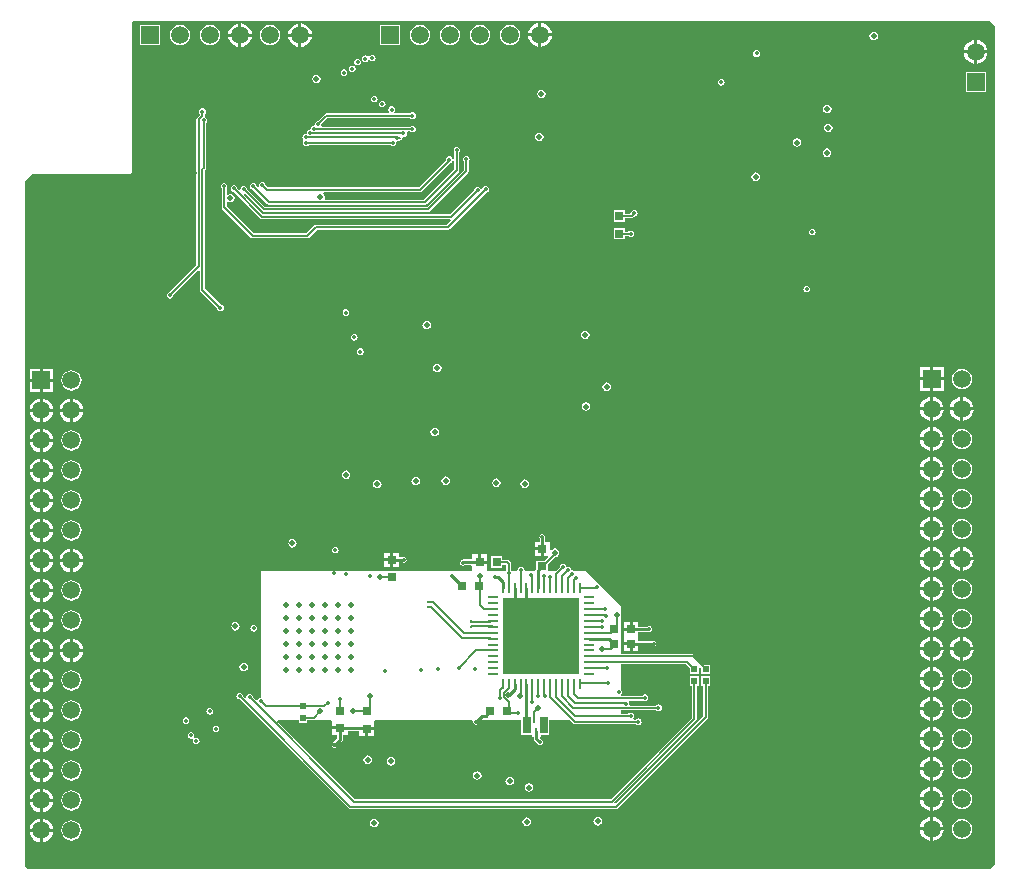
<source format=gbl>
%FSLAX25Y25*%
%MOIN*%
G70*
G01*
G75*
G04 Layer_Physical_Order=6*
G04 Layer_Color=16711680*
%ADD10R,0.01969X0.01969*%
%ADD11R,0.05906X0.14173*%
%ADD12R,0.03150X0.02756*%
%ADD13R,0.02756X0.03150*%
%ADD14R,0.01969X0.02362*%
%ADD15R,0.02953X0.05512*%
%ADD16R,0.00787X0.01969*%
%ADD17R,0.03150X0.03543*%
%ADD18R,0.03543X0.02756*%
%ADD19R,0.10236X0.05906*%
%ADD20R,0.02362X0.01969*%
%ADD21R,0.01969X0.01969*%
%ADD22R,0.03150X0.02953*%
%ADD23R,0.01969X0.02559*%
%ADD24R,0.02559X0.01969*%
%ADD25R,0.18504X0.18504*%
%ADD26O,0.00787X0.02559*%
%ADD27O,0.02559X0.00787*%
%ADD28R,0.03347X0.03740*%
%ADD29O,0.03543X0.00984*%
%ADD30O,0.00984X0.03543*%
%ADD31R,0.25590X0.25590*%
%ADD32R,0.03150X0.03150*%
%ADD33R,0.03150X0.03150*%
%ADD34R,0.04134X0.02362*%
%ADD35R,0.03543X0.03150*%
%ADD36R,0.02362X0.04134*%
%ADD37R,0.02362X0.04331*%
%ADD38R,0.06693X0.04331*%
%ADD39C,0.00800*%
%ADD40C,0.00600*%
%ADD41C,0.01200*%
%ADD42C,0.01000*%
%ADD43C,0.01600*%
%ADD44C,0.00400*%
%ADD45R,0.05906X0.05906*%
%ADD46C,0.05906*%
%ADD47R,0.05906X0.05906*%
%ADD48C,0.02000*%
%ADD49C,0.01400*%
%ADD50C,0.01969*%
%ADD51C,0.02598*%
%ADD52C,0.00900*%
%ADD53C,0.04000*%
%ADD54C,0.04743*%
%ADD55C,0.02200*%
%ADD56C,0.01800*%
%ADD57C,0.01600*%
%ADD58C,0.01987*%
%ADD59C,0.02499*%
G36*
X385100Y290400D02*
Y10900D01*
X384500Y10300D01*
X383700Y9500D01*
X62700D01*
X61700Y10500D01*
Y10800D01*
Y238300D01*
X61600Y238400D01*
X64100Y240900D01*
Y241000D01*
X96200Y241000D01*
X96600D01*
X96700Y240900D01*
X97500Y241700D01*
Y290900D01*
Y291500D01*
X98000Y292000D01*
X383500D01*
X385100Y290400D01*
D02*
G37*
%LPC*%
G36*
X364600Y86721D02*
Y83300D01*
X368021D01*
X367951Y83832D01*
X367553Y84793D01*
X366919Y85619D01*
X366093Y86253D01*
X365132Y86651D01*
X364600Y86721D01*
D02*
G37*
G36*
X373600D02*
X373068Y86651D01*
X372107Y86253D01*
X371281Y85619D01*
X370647Y84793D01*
X370249Y83832D01*
X370179Y83300D01*
X373600D01*
Y86721D01*
D02*
G37*
G36*
X374600D02*
Y83300D01*
X378021D01*
X377951Y83832D01*
X377553Y84793D01*
X376919Y85619D01*
X376093Y86253D01*
X375132Y86651D01*
X374600Y86721D01*
D02*
G37*
G36*
X76800Y86221D02*
X76268Y86151D01*
X75307Y85753D01*
X74481Y85119D01*
X73847Y84293D01*
X73449Y83332D01*
X73379Y82800D01*
X76800D01*
Y86221D01*
D02*
G37*
G36*
X67800D02*
Y82800D01*
X71221D01*
X71151Y83332D01*
X70753Y84293D01*
X70119Y85119D01*
X69293Y85753D01*
X68332Y86151D01*
X67800Y86221D01*
D02*
G37*
G36*
X363600Y86721D02*
X363068Y86651D01*
X362107Y86253D01*
X361281Y85619D01*
X360647Y84793D01*
X360249Y83832D01*
X360179Y83300D01*
X363600D01*
Y86721D01*
D02*
G37*
G36*
X77800Y86221D02*
Y82800D01*
X81221D01*
X81151Y83332D01*
X80753Y84293D01*
X80119Y85119D01*
X79293Y85753D01*
X78332Y86151D01*
X77800Y86221D01*
D02*
G37*
G36*
X66800Y91800D02*
X63379D01*
X63449Y91268D01*
X63847Y90307D01*
X64481Y89481D01*
X65307Y88847D01*
X66268Y88449D01*
X66800Y88379D01*
Y91800D01*
D02*
G37*
G36*
X77300Y95682D02*
X76425Y95566D01*
X75609Y95229D01*
X74909Y94691D01*
X74371Y93991D01*
X74034Y93175D01*
X73918Y92300D01*
X74034Y91425D01*
X74371Y90609D01*
X74909Y89909D01*
X75609Y89371D01*
X76425Y89034D01*
X77300Y88918D01*
X78175Y89034D01*
X78991Y89371D01*
X79691Y89909D01*
X80229Y90609D01*
X80566Y91425D01*
X80682Y92300D01*
X80566Y93175D01*
X80229Y93991D01*
X79691Y94691D01*
X78991Y95229D01*
X78175Y95566D01*
X77300Y95682D01*
D02*
G37*
G36*
X368021Y92300D02*
X364600D01*
Y88879D01*
X365132Y88949D01*
X366093Y89347D01*
X366919Y89981D01*
X367553Y90807D01*
X367951Y91768D01*
X368021Y92300D01*
D02*
G37*
G36*
X263354Y91875D02*
X261476D01*
Y89800D01*
X263354D01*
Y91875D01*
D02*
G37*
G36*
X374100Y96182D02*
X373225Y96066D01*
X372409Y95729D01*
X371709Y95191D01*
X371171Y94491D01*
X370834Y93675D01*
X370718Y92800D01*
X370834Y91925D01*
X371171Y91109D01*
X371709Y90409D01*
X372409Y89871D01*
X373225Y89534D01*
X374100Y89418D01*
X374975Y89534D01*
X375791Y89871D01*
X376491Y90409D01*
X377029Y91109D01*
X377366Y91925D01*
X377482Y92800D01*
X377366Y93675D01*
X377029Y94491D01*
X376491Y95191D01*
X375791Y95729D01*
X374975Y96066D01*
X374100Y96182D01*
D02*
G37*
G36*
X138100Y90822D02*
X137671Y90736D01*
X137307Y90493D01*
X137064Y90129D01*
X136978Y89700D01*
X137064Y89271D01*
X137307Y88907D01*
X137671Y88664D01*
X138100Y88578D01*
X138529Y88664D01*
X138893Y88907D01*
X139136Y89271D01*
X139222Y89700D01*
X139136Y90129D01*
X138893Y90493D01*
X138529Y90736D01*
X138100Y90822D01*
D02*
G37*
G36*
X71221Y91800D02*
X67800D01*
Y88379D01*
X68332Y88449D01*
X69293Y88847D01*
X70119Y89481D01*
X70753Y90307D01*
X71151Y91268D01*
X71221Y91800D01*
D02*
G37*
G36*
X363600Y92300D02*
X360179D01*
X360249Y91768D01*
X360647Y90807D01*
X361281Y89981D01*
X362107Y89347D01*
X363068Y88949D01*
X363600Y88879D01*
Y92300D01*
D02*
G37*
G36*
X132000Y91727D02*
X131454Y91619D01*
X130991Y91309D01*
X130681Y90846D01*
X130573Y90300D01*
X130681Y89754D01*
X130991Y89291D01*
X131454Y88981D01*
X132000Y88873D01*
X132546Y88981D01*
X133009Y89291D01*
X133319Y89754D01*
X133427Y90300D01*
X133319Y90846D01*
X133009Y91309D01*
X132546Y91619D01*
X132000Y91727D01*
D02*
G37*
G36*
X134700Y78227D02*
X134154Y78119D01*
X133691Y77809D01*
X133381Y77346D01*
X133273Y76800D01*
X133381Y76254D01*
X133691Y75791D01*
X134154Y75481D01*
X134700Y75373D01*
X135246Y75481D01*
X135709Y75791D01*
X136019Y76254D01*
X136127Y76800D01*
X136019Y77346D01*
X135709Y77809D01*
X135246Y78119D01*
X134700Y78227D01*
D02*
G37*
G36*
X364600Y76721D02*
Y73300D01*
X368021D01*
X367951Y73832D01*
X367553Y74793D01*
X366919Y75619D01*
X366093Y76253D01*
X365132Y76651D01*
X364600Y76721D01*
D02*
G37*
G36*
X71221Y81800D02*
X67800D01*
Y78379D01*
X68332Y78449D01*
X69293Y78847D01*
X70119Y79481D01*
X70753Y80307D01*
X71151Y81268D01*
X71221Y81800D01*
D02*
G37*
G36*
X66800D02*
X63379D01*
X63449Y81268D01*
X63847Y80307D01*
X64481Y79481D01*
X65307Y78847D01*
X66268Y78449D01*
X66800Y78379D01*
Y81800D01*
D02*
G37*
G36*
Y76221D02*
X66268Y76151D01*
X65307Y75753D01*
X64481Y75119D01*
X63847Y74293D01*
X63449Y73332D01*
X63379Y72800D01*
X66800D01*
Y76221D01*
D02*
G37*
G36*
X374100Y76182D02*
X373225Y76066D01*
X372409Y75729D01*
X371709Y75191D01*
X371171Y74491D01*
X370834Y73675D01*
X370718Y72800D01*
X370834Y71925D01*
X371171Y71109D01*
X371709Y70409D01*
X372409Y69871D01*
X373225Y69534D01*
X374100Y69418D01*
X374975Y69534D01*
X375791Y69871D01*
X376491Y70409D01*
X377029Y71109D01*
X377366Y71925D01*
X377482Y72800D01*
X377366Y73675D01*
X377029Y74491D01*
X376491Y75191D01*
X375791Y75729D01*
X374975Y76066D01*
X374100Y76182D01*
D02*
G37*
G36*
X363600Y76721D02*
X363068Y76651D01*
X362107Y76253D01*
X361281Y75619D01*
X360647Y74793D01*
X360249Y73832D01*
X360179Y73300D01*
X363600D01*
Y76721D01*
D02*
G37*
G36*
X67800Y76221D02*
Y72800D01*
X71221D01*
X71151Y73332D01*
X70753Y74293D01*
X70119Y75119D01*
X69293Y75753D01*
X68332Y76151D01*
X67800Y76221D01*
D02*
G37*
G36*
X76800Y81800D02*
X73379D01*
X73449Y81268D01*
X73847Y80307D01*
X74481Y79481D01*
X75307Y78847D01*
X76268Y78449D01*
X76800Y78379D01*
Y81800D01*
D02*
G37*
G36*
X263354Y84100D02*
X261476D01*
Y82025D01*
X263354D01*
Y84100D01*
D02*
G37*
G36*
X378021Y82300D02*
X374600D01*
Y78879D01*
X375132Y78949D01*
X376093Y79347D01*
X376919Y79981D01*
X377553Y80807D01*
X377951Y81768D01*
X378021Y82300D01*
D02*
G37*
G36*
X66800Y86221D02*
X66268Y86151D01*
X65307Y85753D01*
X64481Y85119D01*
X63847Y84293D01*
X63449Y83332D01*
X63379Y82800D01*
X66800D01*
Y86221D01*
D02*
G37*
G36*
X266232Y91875D02*
X264354D01*
Y89300D01*
X263854D01*
Y88800D01*
X261476D01*
Y86725D01*
Y85100D01*
X263854D01*
Y84600D01*
X264354D01*
Y82025D01*
X266232D01*
Y83682D01*
X271400D01*
X271751Y83752D01*
X272049Y83951D01*
X272248Y84249D01*
X272318Y84600D01*
X272248Y84951D01*
X272049Y85249D01*
X271751Y85448D01*
X271400Y85518D01*
X266232D01*
Y86725D01*
Y88382D01*
X269800D01*
X270151Y88452D01*
X270449Y88651D01*
X270649Y88851D01*
X270848Y89149D01*
X270918Y89500D01*
X270848Y89851D01*
X270649Y90149D01*
X270351Y90348D01*
X270000Y90418D01*
X269649Y90348D01*
X269454Y90218D01*
X266232D01*
Y91875D01*
D02*
G37*
G36*
X363600Y82300D02*
X360179D01*
X360249Y81768D01*
X360647Y80807D01*
X361281Y79981D01*
X362107Y79347D01*
X363068Y78949D01*
X363600Y78879D01*
Y82300D01*
D02*
G37*
G36*
X81221Y81800D02*
X77800D01*
Y78379D01*
X78332Y78449D01*
X79293Y78847D01*
X80119Y79481D01*
X80753Y80307D01*
X81151Y81268D01*
X81221Y81800D01*
D02*
G37*
G36*
X373600Y82300D02*
X370179D01*
X370249Y81768D01*
X370647Y80807D01*
X371281Y79981D01*
X372107Y79347D01*
X373068Y78949D01*
X373600Y78879D01*
Y82300D01*
D02*
G37*
G36*
X368021D02*
X364600D01*
Y78879D01*
X365132Y78949D01*
X366093Y79347D01*
X366919Y79981D01*
X367553Y80807D01*
X367951Y81768D01*
X368021Y82300D01*
D02*
G37*
G36*
X378021Y112300D02*
X374600D01*
Y108879D01*
X375132Y108949D01*
X376093Y109347D01*
X376919Y109981D01*
X377553Y110807D01*
X377951Y111768D01*
X378021Y112300D01*
D02*
G37*
G36*
X373600D02*
X370179D01*
X370249Y111768D01*
X370647Y110807D01*
X371281Y109981D01*
X372107Y109347D01*
X373068Y108949D01*
X373600Y108879D01*
Y112300D01*
D02*
G37*
G36*
X186675Y114932D02*
X184600D01*
Y112554D01*
Y110176D01*
X186675D01*
Y111637D01*
X187827D01*
X188100Y111582D01*
X188451Y111652D01*
X188749Y111851D01*
X188948Y112149D01*
X189018Y112500D01*
X188948Y112851D01*
X188749Y113149D01*
X188695Y113203D01*
X188397Y113402D01*
X188046Y113472D01*
X186675D01*
Y114932D01*
D02*
G37*
G36*
X183600Y112054D02*
X181525D01*
Y110176D01*
X183600D01*
Y112054D01*
D02*
G37*
G36*
X234200Y121118D02*
X233849Y121048D01*
X233551Y120849D01*
X233352Y120551D01*
X233282Y120200D01*
X233352Y119849D01*
X233382Y119804D01*
Y118532D01*
X231725D01*
Y116654D01*
X234300D01*
Y116154D01*
X234800D01*
Y113776D01*
X236114D01*
X236305Y113314D01*
X235214Y112224D01*
X232325D01*
Y109769D01*
X232267Y109710D01*
X232068Y109413D01*
X231998Y109061D01*
Y108700D01*
X228732D01*
X228322Y109200D01*
X228236Y109629D01*
X227993Y109993D01*
X227629Y110236D01*
X227200Y110322D01*
X226771Y110236D01*
X226407Y109993D01*
X226164Y109629D01*
X226079Y109200D01*
X225668Y108700D01*
X224022D01*
X223916Y108859D01*
Y111200D01*
X223916Y111200D01*
X223854Y111512D01*
X223677Y111777D01*
X223677Y111777D01*
X223177Y112277D01*
X222912Y112454D01*
X222600Y112516D01*
X222600Y112516D01*
X220832D01*
Y113675D01*
X217276D01*
Y109725D01*
X220832D01*
Y110884D01*
X222262D01*
X222284Y110862D01*
Y108859D01*
X222178Y108700D01*
X215904D01*
X215904Y108700D01*
X215724Y109125D01*
X215724Y109200D01*
Y111200D01*
X213346D01*
Y111700D01*
X212846D01*
Y114275D01*
X210968D01*
Y112618D01*
X207900D01*
X207607Y112559D01*
X207549Y112548D01*
X207251Y112349D01*
X207051Y112149D01*
X206852Y111851D01*
X206782Y111500D01*
X206852Y111149D01*
X207051Y110851D01*
X207349Y110652D01*
X207700Y110582D01*
X208051Y110652D01*
X208246Y110782D01*
X210614D01*
X210968Y110429D01*
Y109200D01*
X210968Y109125D01*
X210787Y108700D01*
X140600D01*
Y66704D01*
X140500Y66622D01*
X140071Y66536D01*
X139707Y66293D01*
X139464Y65929D01*
X139435Y65782D01*
X138892Y65617D01*
X137803Y66706D01*
X137822Y66800D01*
X137736Y67229D01*
X137493Y67593D01*
X137129Y67836D01*
X136700Y67922D01*
X136271Y67836D01*
X135907Y67593D01*
X135664Y67229D01*
X135578Y66800D01*
X135619Y66598D01*
X135158Y66351D01*
X134503Y67006D01*
X134522Y67100D01*
X134436Y67529D01*
X134193Y67893D01*
X133829Y68136D01*
X133400Y68222D01*
X132971Y68136D01*
X132607Y67893D01*
X132364Y67529D01*
X132278Y67100D01*
X132364Y66671D01*
X132607Y66307D01*
X132971Y66064D01*
X133400Y65978D01*
X133494Y65997D01*
X169795Y29695D01*
X170027Y29541D01*
X170300Y29486D01*
X258900D01*
X259173Y29541D01*
X259405Y29695D01*
X289205Y59495D01*
X289359Y59727D01*
X289414Y60000D01*
Y70450D01*
X290084D01*
Y73613D01*
X287316D01*
Y70450D01*
X287986D01*
Y60296D01*
X258752Y31061D01*
X258512Y31096D01*
X258336Y31627D01*
X285505Y58795D01*
X285659Y59027D01*
X285714Y59300D01*
Y70450D01*
X286384D01*
Y73613D01*
X283616D01*
Y70450D01*
X284286D01*
Y59596D01*
X257304Y32614D01*
X171896D01*
X145971Y58538D01*
X146163Y59000D01*
X153016D01*
Y58250D01*
X155784D01*
Y59000D01*
X163898D01*
X164325Y58824D01*
X164325Y58500D01*
Y56946D01*
X166900D01*
Y55946D01*
X164325D01*
Y54068D01*
X165982D01*
Y52980D01*
X164650Y51648D01*
X164649Y51648D01*
X164351Y51449D01*
X164152Y51151D01*
X164082Y50800D01*
X164152Y50449D01*
X164351Y50151D01*
X164649Y49952D01*
X165000Y49882D01*
X165100D01*
X165451Y49952D01*
X165749Y50151D01*
X167549Y51951D01*
X167549Y51951D01*
X167649Y52051D01*
X167848Y52349D01*
X167918Y52700D01*
X167848Y53051D01*
X167818Y53096D01*
Y54068D01*
X169475D01*
Y55528D01*
X173125D01*
Y53868D01*
X175200D01*
Y56246D01*
X175700D01*
Y56746D01*
X178275D01*
Y58500D01*
X178275Y58624D01*
X178573Y59000D01*
X210896D01*
X211282Y58500D01*
X211352Y58149D01*
X211551Y57851D01*
X211849Y57652D01*
X212200Y57582D01*
X212551Y57652D01*
X212849Y57851D01*
X213998Y59000D01*
X227169D01*
Y54144D01*
X230900D01*
Y53544D01*
X231376D01*
Y52906D01*
X231446Y52555D01*
X231645Y52257D01*
X232851Y51051D01*
X233149Y50852D01*
X233500Y50782D01*
X233851Y50852D01*
X234149Y51051D01*
X234348Y51349D01*
X234418Y51700D01*
X234348Y52051D01*
X234149Y52349D01*
X233454Y53044D01*
X233661Y53544D01*
X233687D01*
Y54144D01*
X236631D01*
Y59000D01*
X243591D01*
X244595Y57995D01*
X244827Y57841D01*
X245100Y57786D01*
X265454D01*
X265507Y57707D01*
X265871Y57464D01*
X266300Y57378D01*
X266729Y57464D01*
X267093Y57707D01*
X267336Y58071D01*
X267422Y58500D01*
X267336Y58929D01*
X267093Y59293D01*
X266729Y59536D01*
X266300Y59622D01*
X265871Y59536D01*
X265507Y59293D01*
X265454Y59214D01*
X264755D01*
X264593Y59707D01*
X264836Y60071D01*
X264921Y60500D01*
X264836Y60929D01*
X264593Y61293D01*
X264229Y61536D01*
X263800Y61622D01*
X263371Y61536D01*
X263007Y61293D01*
X262954Y61214D01*
X260500D01*
Y62486D01*
X272154D01*
X272207Y62407D01*
X272571Y62164D01*
X273000Y62078D01*
X273429Y62164D01*
X273793Y62407D01*
X274036Y62771D01*
X274121Y63200D01*
X274036Y63629D01*
X273793Y63993D01*
X273429Y64236D01*
X273000Y64322D01*
X272571Y64236D01*
X272207Y63993D01*
X272154Y63914D01*
X263587D01*
X263204Y64414D01*
X263222Y64500D01*
X263136Y64929D01*
X263031Y65086D01*
X263286Y65586D01*
X268037D01*
X268071Y65564D01*
X268500Y65478D01*
X268929Y65564D01*
X269293Y65807D01*
X269536Y66171D01*
X269621Y66600D01*
X269536Y67029D01*
X269293Y67393D01*
X268929Y67636D01*
X268500Y67722D01*
X268071Y67636D01*
X267707Y67393D01*
X267464Y67029D01*
X267461Y67014D01*
X260500D01*
Y67545D01*
X260593Y67607D01*
X260836Y67971D01*
X260922Y68400D01*
X260836Y68829D01*
X260593Y69193D01*
X260500Y69255D01*
Y77628D01*
X282331D01*
X283616Y76343D01*
Y74387D01*
X286384D01*
Y76622D01*
X286846Y76813D01*
X287316Y76343D01*
Y74387D01*
X290084D01*
Y77550D01*
X288128D01*
X284863Y80815D01*
X284631Y80970D01*
X284358Y81024D01*
X260500D01*
Y93862D01*
X260527Y94000D01*
X260500Y94138D01*
Y97100D01*
X248900Y108700D01*
X244983D01*
X244629Y108936D01*
X244200Y109022D01*
X243881Y109403D01*
X243836Y109629D01*
X243593Y109993D01*
X243229Y110236D01*
X242800Y110322D01*
X242371Y110236D01*
X242251Y110555D01*
X242236Y110629D01*
X241993Y110993D01*
X241629Y111236D01*
X241200Y111322D01*
X240771Y111236D01*
X240407Y110993D01*
X240164Y110629D01*
X240078Y110200D01*
X240097Y110106D01*
X238691Y108700D01*
X236275D01*
Y111266D01*
X238485Y113476D01*
X238500Y113473D01*
X239046Y113581D01*
X239509Y113891D01*
X239819Y114354D01*
X239927Y114900D01*
X239819Y115446D01*
X239509Y115909D01*
X239046Y116219D01*
X238500Y116327D01*
X237954Y116219D01*
X237491Y115909D01*
X237375Y115736D01*
X236875Y115888D01*
Y118532D01*
X235218D01*
Y120100D01*
X235148Y120451D01*
X234949Y120749D01*
X234849Y120849D01*
X234551Y121048D01*
X234200Y121118D01*
D02*
G37*
G36*
X81221Y111800D02*
X77800D01*
Y108379D01*
X78332Y108449D01*
X79293Y108847D01*
X80119Y109481D01*
X80753Y110307D01*
X81151Y111268D01*
X81221Y111800D01*
D02*
G37*
G36*
X368021Y112300D02*
X364600D01*
Y108879D01*
X365132Y108949D01*
X366093Y109347D01*
X366919Y109981D01*
X367553Y110807D01*
X367951Y111768D01*
X368021Y112300D01*
D02*
G37*
G36*
X363600D02*
X360179D01*
X360249Y111768D01*
X360647Y110807D01*
X361281Y109981D01*
X362107Y109347D01*
X363068Y108949D01*
X363600Y108879D01*
Y112300D01*
D02*
G37*
G36*
X215724Y114275D02*
X213846D01*
Y112200D01*
X215724D01*
Y114275D01*
D02*
G37*
G36*
X363600Y116721D02*
X363068Y116651D01*
X362107Y116253D01*
X361281Y115619D01*
X360647Y114793D01*
X360249Y113832D01*
X360179Y113300D01*
X363600D01*
Y116721D01*
D02*
G37*
G36*
X183600Y114932D02*
X181525D01*
Y113054D01*
X183600D01*
Y114932D01*
D02*
G37*
G36*
X373600Y116721D02*
X373068Y116651D01*
X372107Y116253D01*
X371281Y115619D01*
X370647Y114793D01*
X370249Y113832D01*
X370179Y113300D01*
X373600D01*
Y116721D01*
D02*
G37*
G36*
X364600D02*
Y113300D01*
X368021D01*
X367951Y113832D01*
X367553Y114793D01*
X366919Y115619D01*
X366093Y116253D01*
X365132Y116651D01*
X364600Y116721D01*
D02*
G37*
G36*
X67800Y116221D02*
Y112800D01*
X71221D01*
X71151Y113332D01*
X70753Y114293D01*
X70119Y115119D01*
X69293Y115753D01*
X68332Y116151D01*
X67800Y116221D01*
D02*
G37*
G36*
X66800D02*
X66268Y116151D01*
X65307Y115753D01*
X64481Y115119D01*
X63847Y114293D01*
X63449Y113332D01*
X63379Y112800D01*
X66800D01*
Y116221D01*
D02*
G37*
G36*
X77800D02*
Y112800D01*
X81221D01*
X81151Y113332D01*
X80753Y114293D01*
X80119Y115119D01*
X79293Y115753D01*
X78332Y116151D01*
X77800Y116221D01*
D02*
G37*
G36*
X76800D02*
X76268Y116151D01*
X75307Y115753D01*
X74481Y115119D01*
X73847Y114293D01*
X73449Y113332D01*
X73379Y112800D01*
X76800D01*
Y116221D01*
D02*
G37*
G36*
X71221Y101800D02*
X67800D01*
Y98379D01*
X68332Y98449D01*
X69293Y98847D01*
X70119Y99481D01*
X70753Y100307D01*
X71151Y101268D01*
X71221Y101800D01*
D02*
G37*
G36*
X66800D02*
X63379D01*
X63449Y101268D01*
X63847Y100307D01*
X64481Y99481D01*
X65307Y98847D01*
X66268Y98449D01*
X66800Y98379D01*
Y101800D01*
D02*
G37*
G36*
X368021Y102300D02*
X364600D01*
Y98879D01*
X365132Y98949D01*
X366093Y99347D01*
X366919Y99981D01*
X367553Y100807D01*
X367951Y101768D01*
X368021Y102300D01*
D02*
G37*
G36*
X363600D02*
X360179D01*
X360249Y101768D01*
X360647Y100807D01*
X361281Y99981D01*
X362107Y99347D01*
X363068Y98949D01*
X363600Y98879D01*
Y102300D01*
D02*
G37*
G36*
X67800Y96221D02*
Y92800D01*
X71221D01*
X71151Y93332D01*
X70753Y94293D01*
X70119Y95119D01*
X69293Y95753D01*
X68332Y96151D01*
X67800Y96221D01*
D02*
G37*
G36*
X66800D02*
X66268Y96151D01*
X65307Y95753D01*
X64481Y95119D01*
X63847Y94293D01*
X63449Y93332D01*
X63379Y92800D01*
X66800D01*
Y96221D01*
D02*
G37*
G36*
X364600Y96721D02*
Y93300D01*
X368021D01*
X367951Y93832D01*
X367553Y94793D01*
X366919Y95619D01*
X366093Y96253D01*
X365132Y96651D01*
X364600Y96721D01*
D02*
G37*
G36*
X363600D02*
X363068Y96651D01*
X362107Y96253D01*
X361281Y95619D01*
X360647Y94793D01*
X360249Y93832D01*
X360179Y93300D01*
X363600D01*
Y96721D01*
D02*
G37*
G36*
X77300Y105682D02*
X76425Y105567D01*
X75609Y105229D01*
X74909Y104691D01*
X74371Y103991D01*
X74034Y103175D01*
X73918Y102300D01*
X74034Y101425D01*
X74371Y100609D01*
X74909Y99909D01*
X75609Y99371D01*
X76425Y99034D01*
X77300Y98918D01*
X78175Y99034D01*
X78991Y99371D01*
X79691Y99909D01*
X80229Y100609D01*
X80566Y101425D01*
X80682Y102300D01*
X80566Y103175D01*
X80229Y103991D01*
X79691Y104691D01*
X78991Y105229D01*
X78175Y105567D01*
X77300Y105682D01*
D02*
G37*
G36*
X66800Y111800D02*
X63379D01*
X63449Y111268D01*
X63847Y110307D01*
X64481Y109481D01*
X65307Y108847D01*
X66268Y108449D01*
X66800Y108379D01*
Y111800D01*
D02*
G37*
G36*
X364600Y106721D02*
Y103300D01*
X368021D01*
X367951Y103832D01*
X367553Y104793D01*
X366919Y105619D01*
X366093Y106253D01*
X365132Y106651D01*
X364600Y106721D01*
D02*
G37*
G36*
X76800Y111800D02*
X73379D01*
X73449Y111268D01*
X73847Y110307D01*
X74481Y109481D01*
X75307Y108847D01*
X76268Y108449D01*
X76800Y108379D01*
Y111800D01*
D02*
G37*
G36*
X71221D02*
X67800D01*
Y108379D01*
X68332Y108449D01*
X69293Y108847D01*
X70119Y109481D01*
X70753Y110307D01*
X71151Y111268D01*
X71221Y111800D01*
D02*
G37*
G36*
X66800Y106221D02*
X66268Y106151D01*
X65307Y105753D01*
X64481Y105119D01*
X63847Y104293D01*
X63449Y103332D01*
X63379Y102800D01*
X66800D01*
Y106221D01*
D02*
G37*
G36*
X374100Y106182D02*
X373225Y106067D01*
X372409Y105729D01*
X371709Y105191D01*
X371171Y104491D01*
X370834Y103675D01*
X370718Y102800D01*
X370834Y101925D01*
X371171Y101109D01*
X371709Y100409D01*
X372409Y99871D01*
X373225Y99534D01*
X374100Y99418D01*
X374975Y99534D01*
X375791Y99871D01*
X376491Y100409D01*
X377029Y101109D01*
X377366Y101925D01*
X377482Y102800D01*
X377366Y103675D01*
X377029Y104491D01*
X376491Y105191D01*
X375791Y105729D01*
X374975Y106067D01*
X374100Y106182D01*
D02*
G37*
G36*
X363600Y106721D02*
X363068Y106651D01*
X362107Y106253D01*
X361281Y105619D01*
X360647Y104793D01*
X360249Y103832D01*
X360179Y103300D01*
X363600D01*
Y106721D01*
D02*
G37*
G36*
X67800Y106221D02*
Y102800D01*
X71221D01*
X71151Y103332D01*
X70753Y104293D01*
X70119Y105119D01*
X69293Y105753D01*
X68332Y106151D01*
X67800Y106221D01*
D02*
G37*
G36*
X77300Y75682D02*
X76425Y75566D01*
X75609Y75229D01*
X74909Y74691D01*
X74371Y73991D01*
X74034Y73175D01*
X73918Y72300D01*
X74034Y71425D01*
X74371Y70609D01*
X74909Y69909D01*
X75609Y69371D01*
X76425Y69034D01*
X77300Y68918D01*
X78175Y69034D01*
X78991Y69371D01*
X79691Y69909D01*
X80229Y70609D01*
X80566Y71425D01*
X80682Y72300D01*
X80566Y73175D01*
X80229Y73991D01*
X79691Y74691D01*
X78991Y75229D01*
X78175Y75566D01*
X77300Y75682D01*
D02*
G37*
G36*
X364600Y36721D02*
Y33300D01*
X368021D01*
X367951Y33832D01*
X367553Y34793D01*
X366919Y35619D01*
X366093Y36253D01*
X365132Y36651D01*
X364600Y36721D01*
D02*
G37*
G36*
X363600D02*
X363068Y36651D01*
X362107Y36253D01*
X361281Y35619D01*
X360647Y34793D01*
X360249Y33832D01*
X360179Y33300D01*
X363600D01*
Y36721D01*
D02*
G37*
G36*
X223400Y40127D02*
X222854Y40019D01*
X222391Y39709D01*
X222081Y39246D01*
X221973Y38700D01*
X222081Y38154D01*
X222391Y37691D01*
X222854Y37381D01*
X223400Y37273D01*
X223946Y37381D01*
X224409Y37691D01*
X224719Y38154D01*
X224827Y38700D01*
X224719Y39246D01*
X224409Y39709D01*
X223946Y40019D01*
X223400Y40127D01*
D02*
G37*
G36*
X229800Y38027D02*
X229254Y37919D01*
X228791Y37609D01*
X228481Y37146D01*
X228373Y36600D01*
X228481Y36054D01*
X228791Y35591D01*
X229254Y35281D01*
X229800Y35173D01*
X230346Y35281D01*
X230809Y35591D01*
X231119Y36054D01*
X231227Y36600D01*
X231119Y37146D01*
X230809Y37609D01*
X230346Y37919D01*
X229800Y38027D01*
D02*
G37*
G36*
X374100Y36182D02*
X373225Y36066D01*
X372409Y35729D01*
X371709Y35191D01*
X371171Y34491D01*
X370834Y33675D01*
X370718Y32800D01*
X370834Y31925D01*
X371171Y31109D01*
X371709Y30409D01*
X372409Y29871D01*
X373225Y29534D01*
X374100Y29418D01*
X374975Y29534D01*
X375791Y29871D01*
X376491Y30409D01*
X377029Y31109D01*
X377366Y31925D01*
X377482Y32800D01*
X377366Y33675D01*
X377029Y34491D01*
X376491Y35191D01*
X375791Y35729D01*
X374975Y36066D01*
X374100Y36182D01*
D02*
G37*
G36*
X77300Y35682D02*
X76425Y35566D01*
X75609Y35229D01*
X74909Y34691D01*
X74371Y33991D01*
X74034Y33175D01*
X73918Y32300D01*
X74034Y31425D01*
X74371Y30609D01*
X74909Y29909D01*
X75609Y29371D01*
X76425Y29034D01*
X77300Y28918D01*
X78175Y29034D01*
X78991Y29371D01*
X79691Y29909D01*
X80229Y30609D01*
X80566Y31425D01*
X80682Y32300D01*
X80566Y33175D01*
X80229Y33991D01*
X79691Y34691D01*
X78991Y35229D01*
X78175Y35566D01*
X77300Y35682D01*
D02*
G37*
G36*
X67800Y36221D02*
Y32800D01*
X71221D01*
X71151Y33332D01*
X70753Y34293D01*
X70119Y35119D01*
X69293Y35753D01*
X68332Y36151D01*
X67800Y36221D01*
D02*
G37*
G36*
X66800D02*
X66268Y36151D01*
X65307Y35753D01*
X64481Y35119D01*
X63847Y34293D01*
X63449Y33332D01*
X63379Y32800D01*
X66800D01*
Y36221D01*
D02*
G37*
G36*
X212600Y42027D02*
X212054Y41919D01*
X211591Y41609D01*
X211281Y41146D01*
X211173Y40600D01*
X211281Y40054D01*
X211591Y39591D01*
X212054Y39281D01*
X212600Y39173D01*
X213146Y39281D01*
X213609Y39591D01*
X213919Y40054D01*
X214027Y40600D01*
X213919Y41146D01*
X213609Y41609D01*
X213146Y41919D01*
X212600Y42027D01*
D02*
G37*
G36*
X77300Y45682D02*
X76425Y45566D01*
X75609Y45229D01*
X74909Y44691D01*
X74371Y43991D01*
X74034Y43175D01*
X73918Y42300D01*
X74034Y41425D01*
X74371Y40609D01*
X74909Y39909D01*
X75609Y39371D01*
X76425Y39034D01*
X77300Y38918D01*
X78175Y39034D01*
X78991Y39371D01*
X79691Y39909D01*
X80229Y40609D01*
X80566Y41425D01*
X80682Y42300D01*
X80566Y43175D01*
X80229Y43991D01*
X79691Y44691D01*
X78991Y45229D01*
X78175Y45566D01*
X77300Y45682D01*
D02*
G37*
G36*
X66800Y46221D02*
X66268Y46151D01*
X65307Y45753D01*
X64481Y45119D01*
X63847Y44293D01*
X63449Y43332D01*
X63379Y42800D01*
X66800D01*
Y46221D01*
D02*
G37*
G36*
X374100Y46182D02*
X373225Y46066D01*
X372409Y45729D01*
X371709Y45191D01*
X371171Y44491D01*
X370834Y43675D01*
X370718Y42800D01*
X370834Y41925D01*
X371171Y41109D01*
X371709Y40409D01*
X372409Y39871D01*
X373225Y39534D01*
X374100Y39418D01*
X374975Y39534D01*
X375791Y39871D01*
X376491Y40409D01*
X377029Y41109D01*
X377366Y41925D01*
X377482Y42800D01*
X377366Y43675D01*
X377029Y44491D01*
X376491Y45191D01*
X375791Y45729D01*
X374975Y46066D01*
X374100Y46182D01*
D02*
G37*
G36*
X71221Y41800D02*
X67800D01*
Y38379D01*
X68332Y38449D01*
X69293Y38847D01*
X70119Y39481D01*
X70753Y40307D01*
X71151Y41268D01*
X71221Y41800D01*
D02*
G37*
G36*
X66800D02*
X63379D01*
X63449Y41268D01*
X63847Y40307D01*
X64481Y39481D01*
X65307Y38847D01*
X66268Y38449D01*
X66800Y38379D01*
Y41800D01*
D02*
G37*
G36*
X368021Y42300D02*
X364600D01*
Y38879D01*
X365132Y38949D01*
X366093Y39347D01*
X366919Y39981D01*
X367553Y40807D01*
X367951Y41768D01*
X368021Y42300D01*
D02*
G37*
G36*
X363600D02*
X360179D01*
X360249Y41768D01*
X360647Y40807D01*
X361281Y39981D01*
X362107Y39347D01*
X363068Y38949D01*
X363600Y38879D01*
Y42300D01*
D02*
G37*
G36*
X368021Y32300D02*
X364600D01*
Y28879D01*
X365132Y28949D01*
X366093Y29347D01*
X366919Y29981D01*
X367553Y30807D01*
X367951Y31768D01*
X368021Y32300D01*
D02*
G37*
G36*
X374100Y26182D02*
X373225Y26066D01*
X372409Y25729D01*
X371709Y25191D01*
X371171Y24491D01*
X370834Y23675D01*
X370718Y22800D01*
X370834Y21925D01*
X371171Y21109D01*
X371709Y20409D01*
X372409Y19871D01*
X373225Y19534D01*
X374100Y19418D01*
X374975Y19534D01*
X375791Y19871D01*
X376491Y20409D01*
X377029Y21109D01*
X377366Y21925D01*
X377482Y22800D01*
X377366Y23675D01*
X377029Y24491D01*
X376491Y25191D01*
X375791Y25729D01*
X374975Y26066D01*
X374100Y26182D01*
D02*
G37*
G36*
X77300Y25682D02*
X76425Y25567D01*
X75609Y25229D01*
X74909Y24691D01*
X74371Y23991D01*
X74034Y23175D01*
X73918Y22300D01*
X74034Y21425D01*
X74371Y20609D01*
X74909Y19909D01*
X75609Y19371D01*
X76425Y19034D01*
X77300Y18918D01*
X78175Y19034D01*
X78991Y19371D01*
X79691Y19909D01*
X80229Y20609D01*
X80566Y21425D01*
X80682Y22300D01*
X80566Y23175D01*
X80229Y23991D01*
X79691Y24691D01*
X78991Y25229D01*
X78175Y25567D01*
X77300Y25682D01*
D02*
G37*
G36*
X67800Y26221D02*
Y22800D01*
X71221D01*
X71151Y23332D01*
X70753Y24293D01*
X70119Y25119D01*
X69293Y25753D01*
X68332Y26151D01*
X67800Y26221D01*
D02*
G37*
G36*
X66800D02*
X66268Y26151D01*
X65307Y25753D01*
X64481Y25119D01*
X63847Y24293D01*
X63449Y23332D01*
X63379Y22800D01*
X66800D01*
Y26221D01*
D02*
G37*
G36*
X71221Y21800D02*
X67800D01*
Y18379D01*
X68332Y18449D01*
X69293Y18847D01*
X70119Y19481D01*
X70753Y20307D01*
X71151Y21268D01*
X71221Y21800D01*
D02*
G37*
G36*
X66800D02*
X63379D01*
X63449Y21268D01*
X63847Y20307D01*
X64481Y19481D01*
X65307Y18847D01*
X66268Y18449D01*
X66800Y18379D01*
Y21800D01*
D02*
G37*
G36*
X368021Y22300D02*
X364600D01*
Y18879D01*
X365132Y18949D01*
X366093Y19347D01*
X366919Y19981D01*
X367553Y20807D01*
X367951Y21768D01*
X368021Y22300D01*
D02*
G37*
G36*
X363600D02*
X360179D01*
X360249Y21768D01*
X360647Y20807D01*
X361281Y19981D01*
X362107Y19347D01*
X363068Y18949D01*
X363600Y18879D01*
Y22300D01*
D02*
G37*
G36*
X66800Y31800D02*
X63379D01*
X63449Y31268D01*
X63847Y30307D01*
X64481Y29481D01*
X65307Y28847D01*
X66268Y28449D01*
X66800Y28379D01*
Y31800D01*
D02*
G37*
G36*
X252700Y26727D02*
X252154Y26619D01*
X251691Y26309D01*
X251381Y25846D01*
X251273Y25300D01*
X251381Y24754D01*
X251691Y24291D01*
X252154Y23981D01*
X252700Y23873D01*
X253246Y23981D01*
X253709Y24291D01*
X254019Y24754D01*
X254127Y25300D01*
X254019Y25846D01*
X253709Y26309D01*
X253246Y26619D01*
X252700Y26727D01*
D02*
G37*
G36*
X363600Y32300D02*
X360179D01*
X360249Y31768D01*
X360647Y30807D01*
X361281Y29981D01*
X362107Y29347D01*
X363068Y28949D01*
X363600Y28879D01*
Y32300D01*
D02*
G37*
G36*
X71221Y31800D02*
X67800D01*
Y28379D01*
X68332Y28449D01*
X69293Y28847D01*
X70119Y29481D01*
X70753Y30307D01*
X71151Y31268D01*
X71221Y31800D01*
D02*
G37*
G36*
X364600Y26721D02*
Y23300D01*
X368021D01*
X367951Y23832D01*
X367553Y24793D01*
X366919Y25619D01*
X366093Y26253D01*
X365132Y26651D01*
X364600Y26721D01*
D02*
G37*
G36*
X363600D02*
X363068Y26651D01*
X362107Y26253D01*
X361281Y25619D01*
X360647Y24793D01*
X360249Y23832D01*
X360179Y23300D01*
X363600D01*
Y26721D01*
D02*
G37*
G36*
X229100Y26627D02*
X228554Y26519D01*
X228091Y26209D01*
X227781Y25746D01*
X227673Y25200D01*
X227781Y24654D01*
X228091Y24191D01*
X228554Y23881D01*
X229100Y23773D01*
X229646Y23881D01*
X230109Y24191D01*
X230419Y24654D01*
X230527Y25200D01*
X230419Y25746D01*
X230109Y26209D01*
X229646Y26519D01*
X229100Y26627D01*
D02*
G37*
G36*
X178300Y26227D02*
X177754Y26119D01*
X177291Y25809D01*
X176981Y25346D01*
X176873Y24800D01*
X176981Y24254D01*
X177291Y23791D01*
X177754Y23481D01*
X178300Y23373D01*
X178846Y23481D01*
X179309Y23791D01*
X179619Y24254D01*
X179727Y24800D01*
X179619Y25346D01*
X179309Y25809D01*
X178846Y26119D01*
X178300Y26227D01*
D02*
G37*
G36*
X67800Y46221D02*
Y42800D01*
X71221D01*
X71151Y43332D01*
X70753Y44293D01*
X70119Y45119D01*
X69293Y45753D01*
X68332Y46151D01*
X67800Y46221D01*
D02*
G37*
G36*
X77300Y65682D02*
X76425Y65566D01*
X75609Y65229D01*
X74909Y64691D01*
X74371Y63991D01*
X74034Y63175D01*
X73918Y62300D01*
X74034Y61425D01*
X74371Y60609D01*
X74909Y59909D01*
X75609Y59371D01*
X76425Y59034D01*
X77300Y58918D01*
X78175Y59034D01*
X78991Y59371D01*
X79691Y59909D01*
X80229Y60609D01*
X80566Y61425D01*
X80682Y62300D01*
X80566Y63175D01*
X80229Y63991D01*
X79691Y64691D01*
X78991Y65229D01*
X78175Y65566D01*
X77300Y65682D01*
D02*
G37*
G36*
X368021Y62300D02*
X364600D01*
Y58879D01*
X365132Y58949D01*
X366093Y59347D01*
X366919Y59981D01*
X367553Y60807D01*
X367951Y61768D01*
X368021Y62300D01*
D02*
G37*
G36*
X123400Y63122D02*
X122971Y63036D01*
X122607Y62793D01*
X122364Y62429D01*
X122278Y62000D01*
X122364Y61571D01*
X122607Y61207D01*
X122971Y60964D01*
X123400Y60878D01*
X123829Y60964D01*
X124193Y61207D01*
X124436Y61571D01*
X124522Y62000D01*
X124436Y62429D01*
X124193Y62793D01*
X123829Y63036D01*
X123400Y63122D01*
D02*
G37*
G36*
X374100Y66182D02*
X373225Y66066D01*
X372409Y65729D01*
X371709Y65191D01*
X371171Y64491D01*
X370834Y63675D01*
X370718Y62800D01*
X370834Y61925D01*
X371171Y61109D01*
X371709Y60409D01*
X372409Y59871D01*
X373225Y59534D01*
X374100Y59418D01*
X374975Y59534D01*
X375791Y59871D01*
X376491Y60409D01*
X377029Y61109D01*
X377366Y61925D01*
X377482Y62800D01*
X377366Y63675D01*
X377029Y64491D01*
X376491Y65191D01*
X375791Y65729D01*
X374975Y66066D01*
X374100Y66182D01*
D02*
G37*
G36*
X66800Y61800D02*
X63379D01*
X63449Y61268D01*
X63847Y60307D01*
X64481Y59481D01*
X65307Y58847D01*
X66268Y58449D01*
X66800Y58379D01*
Y61800D01*
D02*
G37*
G36*
X115500Y60022D02*
X115071Y59936D01*
X114707Y59693D01*
X114464Y59329D01*
X114378Y58900D01*
X114464Y58471D01*
X114707Y58107D01*
X115071Y57864D01*
X115500Y57778D01*
X115929Y57864D01*
X116293Y58107D01*
X116536Y58471D01*
X116622Y58900D01*
X116536Y59329D01*
X116293Y59693D01*
X115929Y59936D01*
X115500Y60022D01*
D02*
G37*
G36*
X363600Y62300D02*
X360179D01*
X360249Y61768D01*
X360647Y60807D01*
X361281Y59981D01*
X362107Y59347D01*
X363068Y58949D01*
X363600Y58879D01*
Y62300D01*
D02*
G37*
G36*
X71221Y61800D02*
X67800D01*
Y58379D01*
X68332Y58449D01*
X69293Y58847D01*
X70119Y59481D01*
X70753Y60307D01*
X71151Y61268D01*
X71221Y61800D01*
D02*
G37*
G36*
Y71800D02*
X67800D01*
Y68379D01*
X68332Y68449D01*
X69293Y68847D01*
X70119Y69481D01*
X70753Y70307D01*
X71151Y71268D01*
X71221Y71800D01*
D02*
G37*
G36*
X66800D02*
X63379D01*
X63449Y71268D01*
X63847Y70307D01*
X64481Y69481D01*
X65307Y68847D01*
X66268Y68449D01*
X66800Y68379D01*
Y71800D01*
D02*
G37*
G36*
X368021Y72300D02*
X364600D01*
Y68879D01*
X365132Y68949D01*
X366093Y69347D01*
X366919Y69981D01*
X367553Y70807D01*
X367951Y71768D01*
X368021Y72300D01*
D02*
G37*
G36*
X363600D02*
X360179D01*
X360249Y71768D01*
X360647Y70807D01*
X361281Y69981D01*
X362107Y69347D01*
X363068Y68949D01*
X363600Y68879D01*
Y72300D01*
D02*
G37*
G36*
X67800Y66221D02*
Y62800D01*
X71221D01*
X71151Y63332D01*
X70753Y64293D01*
X70119Y65119D01*
X69293Y65753D01*
X68332Y66151D01*
X67800Y66221D01*
D02*
G37*
G36*
X66800D02*
X66268Y66151D01*
X65307Y65753D01*
X64481Y65119D01*
X63847Y64293D01*
X63449Y63332D01*
X63379Y62800D01*
X66800D01*
Y66221D01*
D02*
G37*
G36*
X364600Y66721D02*
Y63300D01*
X368021D01*
X367951Y63832D01*
X367553Y64793D01*
X366919Y65619D01*
X366093Y66253D01*
X365132Y66651D01*
X364600Y66721D01*
D02*
G37*
G36*
X363600D02*
X363068Y66651D01*
X362107Y66253D01*
X361281Y65619D01*
X360647Y64793D01*
X360249Y63832D01*
X360179Y63300D01*
X363600D01*
Y66721D01*
D02*
G37*
G36*
X125500Y57322D02*
X125071Y57236D01*
X124707Y56993D01*
X124464Y56629D01*
X124378Y56200D01*
X124464Y55771D01*
X124707Y55407D01*
X125071Y55164D01*
X125500Y55078D01*
X125929Y55164D01*
X126293Y55407D01*
X126536Y55771D01*
X126622Y56200D01*
X126536Y56629D01*
X126293Y56993D01*
X125929Y57236D01*
X125500Y57322D01*
D02*
G37*
G36*
X71221Y51800D02*
X67800D01*
Y48379D01*
X68332Y48449D01*
X69293Y48847D01*
X70119Y49481D01*
X70753Y50307D01*
X71151Y51268D01*
X71221Y51800D01*
D02*
G37*
G36*
X66800D02*
X63379D01*
X63449Y51268D01*
X63847Y50307D01*
X64481Y49481D01*
X65307Y48847D01*
X66268Y48449D01*
X66800Y48379D01*
Y51800D01*
D02*
G37*
G36*
X368021Y52300D02*
X364600D01*
Y48879D01*
X365132Y48949D01*
X366093Y49347D01*
X366919Y49981D01*
X367553Y50807D01*
X367951Y51768D01*
X368021Y52300D01*
D02*
G37*
G36*
X363600D02*
X360179D01*
X360249Y51768D01*
X360647Y50807D01*
X361281Y49981D01*
X362107Y49347D01*
X363068Y48949D01*
X363600Y48879D01*
Y52300D01*
D02*
G37*
G36*
X364600Y46721D02*
Y43300D01*
X368021D01*
X367951Y43832D01*
X367553Y44793D01*
X366919Y45619D01*
X366093Y46253D01*
X365132Y46651D01*
X364600Y46721D01*
D02*
G37*
G36*
X363600D02*
X363068Y46651D01*
X362107Y46253D01*
X361281Y45619D01*
X360647Y44793D01*
X360249Y43832D01*
X360179Y43300D01*
X363600D01*
Y46721D01*
D02*
G37*
G36*
X176100Y47327D02*
X175554Y47219D01*
X175091Y46909D01*
X174781Y46446D01*
X174673Y45900D01*
X174781Y45354D01*
X175091Y44891D01*
X175554Y44581D01*
X176100Y44473D01*
X176646Y44581D01*
X177109Y44891D01*
X177419Y45354D01*
X177527Y45900D01*
X177419Y46446D01*
X177109Y46909D01*
X176646Y47219D01*
X176100Y47327D01*
D02*
G37*
G36*
X183800Y46727D02*
X183254Y46619D01*
X182791Y46309D01*
X182481Y45846D01*
X182373Y45300D01*
X182481Y44754D01*
X182791Y44291D01*
X183254Y43981D01*
X183800Y43873D01*
X184346Y43981D01*
X184809Y44291D01*
X185119Y44754D01*
X185227Y45300D01*
X185119Y45846D01*
X184809Y46309D01*
X184346Y46619D01*
X183800Y46727D01*
D02*
G37*
G36*
X363600Y56721D02*
X363068Y56651D01*
X362107Y56253D01*
X361281Y55619D01*
X360647Y54793D01*
X360249Y53832D01*
X360179Y53300D01*
X363600D01*
Y56721D01*
D02*
G37*
G36*
X67800Y56221D02*
Y52800D01*
X71221D01*
X71151Y53332D01*
X70753Y54293D01*
X70119Y55119D01*
X69293Y55753D01*
X68332Y56151D01*
X67800Y56221D01*
D02*
G37*
G36*
X178275Y55746D02*
X176200D01*
Y53868D01*
X178275D01*
Y55746D01*
D02*
G37*
G36*
X364600Y56721D02*
Y53300D01*
X368021D01*
X367951Y53832D01*
X367553Y54793D01*
X366919Y55619D01*
X366093Y56253D01*
X365132Y56651D01*
X364600Y56721D01*
D02*
G37*
G36*
X374100Y56182D02*
X373225Y56066D01*
X372409Y55729D01*
X371709Y55191D01*
X371171Y54491D01*
X370834Y53675D01*
X370718Y52800D01*
X370834Y51925D01*
X371171Y51109D01*
X371709Y50409D01*
X372409Y49871D01*
X373225Y49534D01*
X374100Y49418D01*
X374975Y49534D01*
X375791Y49871D01*
X376491Y50409D01*
X377029Y51109D01*
X377366Y51925D01*
X377482Y52800D01*
X377366Y53675D01*
X377029Y54491D01*
X376491Y55191D01*
X375791Y55729D01*
X374975Y56066D01*
X374100Y56182D01*
D02*
G37*
G36*
X77300Y55682D02*
X76425Y55566D01*
X75609Y55229D01*
X74909Y54691D01*
X74371Y53991D01*
X74034Y53175D01*
X73918Y52300D01*
X74034Y51425D01*
X74371Y50609D01*
X74909Y49909D01*
X75609Y49371D01*
X76425Y49034D01*
X77300Y48918D01*
X78175Y49034D01*
X78991Y49371D01*
X79691Y49909D01*
X80229Y50609D01*
X80566Y51425D01*
X80682Y52300D01*
X80566Y53175D01*
X80229Y53991D01*
X79691Y54691D01*
X78991Y55229D01*
X78175Y55566D01*
X77300Y55682D01*
D02*
G37*
G36*
X66800Y56221D02*
X66268Y56151D01*
X65307Y55753D01*
X64481Y55119D01*
X63847Y54293D01*
X63449Y53332D01*
X63379Y52800D01*
X66800D01*
Y56221D01*
D02*
G37*
G36*
X117200Y55122D02*
X116771Y55036D01*
X116407Y54793D01*
X116164Y54429D01*
X116078Y54000D01*
X116164Y53571D01*
X116407Y53207D01*
X116771Y52964D01*
X117200Y52878D01*
X117541Y52946D01*
X117760Y52735D01*
X117872Y52541D01*
X117864Y52529D01*
X117778Y52100D01*
X117864Y51671D01*
X118107Y51307D01*
X118471Y51064D01*
X118900Y50978D01*
X119329Y51064D01*
X119693Y51307D01*
X119936Y51671D01*
X120022Y52100D01*
X119936Y52529D01*
X119693Y52893D01*
X119329Y53136D01*
X118900Y53222D01*
X118559Y53154D01*
X118340Y53365D01*
X118228Y53559D01*
X118236Y53571D01*
X118322Y54000D01*
X118236Y54429D01*
X117993Y54793D01*
X117629Y55036D01*
X117200Y55122D01*
D02*
G37*
G36*
X374600Y116721D02*
Y113300D01*
X378021D01*
X377951Y113832D01*
X377553Y114793D01*
X376919Y115619D01*
X376093Y116253D01*
X375132Y116651D01*
X374600Y116721D01*
D02*
G37*
G36*
X205800Y250221D02*
X205371Y250136D01*
X205007Y249893D01*
X204764Y249529D01*
X204678Y249100D01*
X204764Y248671D01*
X204984Y248341D01*
Y242738D01*
X194762Y232516D01*
X161985D01*
X161688Y233016D01*
X161764Y233400D01*
X161656Y233946D01*
X161346Y234409D01*
X161234Y234484D01*
X161386Y234984D01*
X193400D01*
X193400Y234984D01*
X193712Y235046D01*
X193977Y235223D01*
X203590Y244836D01*
X203729Y244864D01*
X204093Y245107D01*
X204336Y245471D01*
X204422Y245900D01*
X204336Y246329D01*
X204093Y246693D01*
X203729Y246936D01*
X203300Y247022D01*
X202871Y246936D01*
X202507Y246693D01*
X202264Y246329D01*
X202178Y245900D01*
X202206Y245760D01*
X193062Y236616D01*
X142738D01*
X142014Y237340D01*
X141936Y237729D01*
X141693Y238093D01*
X141329Y238336D01*
X140900Y238422D01*
X140471Y238336D01*
X140107Y238093D01*
X139864Y237729D01*
X139778Y237300D01*
X139857Y236903D01*
X139836Y236873D01*
X139346Y236707D01*
X139014Y237040D01*
X138936Y237429D01*
X138693Y237793D01*
X138329Y238036D01*
X137900Y238122D01*
X137471Y238036D01*
X137107Y237793D01*
X136864Y237429D01*
X136778Y237000D01*
X136864Y236571D01*
X137107Y236207D01*
X137471Y235964D01*
X137860Y235886D01*
X142623Y231123D01*
X142623Y231123D01*
X142782Y231017D01*
X142888Y230946D01*
X143200Y230884D01*
X195100D01*
X195100Y230884D01*
X195412Y230946D01*
X195677Y231123D01*
X206377Y241823D01*
X206377Y241823D01*
X206554Y242088D01*
X206616Y242400D01*
X206616Y242400D01*
Y248341D01*
X206836Y248671D01*
X206922Y249100D01*
X206836Y249529D01*
X206593Y249893D01*
X206229Y250136D01*
X205800Y250221D01*
D02*
G37*
G36*
X208900Y247221D02*
X208471Y247136D01*
X208107Y246893D01*
X207864Y246529D01*
X207779Y246100D01*
X207864Y245671D01*
X208084Y245341D01*
Y242438D01*
X195762Y230116D01*
X141938D01*
X135914Y236140D01*
X135836Y236529D01*
X135593Y236893D01*
X135229Y237136D01*
X134800Y237222D01*
X134371Y237136D01*
X134007Y236893D01*
X133764Y236529D01*
X133678Y236100D01*
X133708Y235953D01*
X133247Y235707D01*
X132614Y236340D01*
X132536Y236729D01*
X132293Y237093D01*
X131929Y237336D01*
X131500Y237421D01*
X131071Y237336D01*
X130707Y237093D01*
X130464Y236729D01*
X130378Y236300D01*
X130464Y235871D01*
X130707Y235507D01*
X131071Y235264D01*
X131460Y235186D01*
X140323Y226323D01*
X140323Y226323D01*
X140588Y226146D01*
X140900Y226084D01*
X140900Y226084D01*
X203624D01*
X203849Y225614D01*
X203850Y225603D01*
X202462Y224216D01*
X158704D01*
X158704Y224216D01*
X158392Y224154D01*
X158127Y223977D01*
X155466Y221316D01*
X138038D01*
X129016Y230338D01*
Y231673D01*
X129516Y231940D01*
X129754Y231781D01*
X130300Y231673D01*
X130846Y231781D01*
X131309Y232091D01*
X131619Y232554D01*
X131727Y233100D01*
X131619Y233646D01*
X131309Y234109D01*
X130846Y234419D01*
X130300Y234527D01*
X129754Y234419D01*
X129516Y234260D01*
X129016Y234527D01*
Y236341D01*
X129236Y236671D01*
X129322Y237100D01*
X129236Y237529D01*
X128993Y237893D01*
X128629Y238136D01*
X128200Y238222D01*
X127771Y238136D01*
X127407Y237893D01*
X127164Y237529D01*
X127078Y237100D01*
X127164Y236671D01*
X127384Y236341D01*
Y230000D01*
X127384Y230000D01*
X127446Y229688D01*
X127623Y229423D01*
X137123Y219923D01*
X137123Y219923D01*
X137388Y219746D01*
X137700Y219684D01*
X137700Y219684D01*
X155804D01*
X155804Y219684D01*
X156116Y219746D01*
X156381Y219923D01*
X159042Y222584D01*
X202800D01*
X202800Y222584D01*
X203112Y222646D01*
X203377Y222823D01*
X215440Y234886D01*
X215829Y234964D01*
X216193Y235207D01*
X216436Y235571D01*
X216522Y236000D01*
X216436Y236429D01*
X216193Y236793D01*
X215829Y237036D01*
X215400Y237122D01*
X214971Y237036D01*
X214607Y236793D01*
X214364Y236429D01*
X214205Y236359D01*
X213736Y236229D01*
X213493Y236593D01*
X213129Y236836D01*
X212700Y236922D01*
X212271Y236836D01*
X211907Y236593D01*
X211664Y236229D01*
X211586Y235840D01*
X203462Y227716D01*
X141238D01*
X134802Y234152D01*
X134978Y234683D01*
X135052Y234694D01*
X141023Y228723D01*
X141023Y228723D01*
X141182Y228617D01*
X141288Y228546D01*
X141600Y228484D01*
X196100D01*
X196100Y228484D01*
X196412Y228546D01*
X196677Y228723D01*
X209477Y241523D01*
X209477Y241523D01*
X209583Y241682D01*
X209654Y241788D01*
X209716Y242100D01*
Y245341D01*
X209936Y245671D01*
X210021Y246100D01*
X209936Y246529D01*
X209693Y246893D01*
X209329Y247136D01*
X208900Y247221D01*
D02*
G37*
G36*
X329200Y249627D02*
X328654Y249519D01*
X328191Y249209D01*
X327881Y248746D01*
X327773Y248200D01*
X327881Y247654D01*
X328191Y247191D01*
X328654Y246881D01*
X329200Y246773D01*
X329746Y246881D01*
X330209Y247191D01*
X330519Y247654D01*
X330627Y248200D01*
X330519Y248746D01*
X330209Y249209D01*
X329746Y249519D01*
X329200Y249627D01*
D02*
G37*
G36*
X305400Y241627D02*
X304854Y241519D01*
X304391Y241209D01*
X304081Y240746D01*
X303973Y240200D01*
X304081Y239654D01*
X304391Y239191D01*
X304854Y238881D01*
X305400Y238773D01*
X305946Y238881D01*
X306409Y239191D01*
X306719Y239654D01*
X306827Y240200D01*
X306719Y240746D01*
X306409Y241209D01*
X305946Y241519D01*
X305400Y241627D01*
D02*
G37*
G36*
X261975Y223222D02*
X258025D01*
Y219272D01*
X261975D01*
Y220486D01*
X262954D01*
X263007Y220407D01*
X263371Y220164D01*
X263800Y220078D01*
X264229Y220164D01*
X264593Y220407D01*
X264836Y220771D01*
X264921Y221200D01*
X264836Y221629D01*
X264593Y221993D01*
X264229Y222236D01*
X263800Y222322D01*
X263371Y222236D01*
X263007Y221993D01*
X262954Y221914D01*
X261975D01*
Y223222D01*
D02*
G37*
G36*
X322400Y203922D02*
X321971Y203836D01*
X321607Y203593D01*
X321364Y203229D01*
X321279Y202800D01*
X321364Y202371D01*
X321607Y202007D01*
X321971Y201764D01*
X322400Y201678D01*
X322829Y201764D01*
X323193Y202007D01*
X323436Y202371D01*
X323521Y202800D01*
X323436Y203229D01*
X323193Y203593D01*
X322829Y203836D01*
X322400Y203922D01*
D02*
G37*
G36*
X261975Y229128D02*
X258025D01*
Y225178D01*
X261975D01*
Y226439D01*
X264053D01*
X264326Y226493D01*
X264557Y226648D01*
X264806Y226897D01*
X264900Y226878D01*
X265329Y226964D01*
X265693Y227207D01*
X265936Y227571D01*
X266021Y228000D01*
X265936Y228429D01*
X265693Y228793D01*
X265329Y229036D01*
X264900Y229121D01*
X264471Y229036D01*
X264107Y228793D01*
X263864Y228429D01*
X263778Y228000D01*
X263295Y227867D01*
X261975D01*
Y229128D01*
D02*
G37*
G36*
X324300Y222921D02*
X323871Y222836D01*
X323507Y222593D01*
X323264Y222229D01*
X323179Y221800D01*
X323264Y221371D01*
X323507Y221007D01*
X323871Y220764D01*
X324300Y220678D01*
X324729Y220764D01*
X325093Y221007D01*
X325336Y221371D01*
X325422Y221800D01*
X325336Y222229D01*
X325093Y222593D01*
X324729Y222836D01*
X324300Y222921D01*
D02*
G37*
G36*
X180900Y265522D02*
X180471Y265436D01*
X180107Y265193D01*
X179864Y264829D01*
X179778Y264400D01*
X179864Y263971D01*
X180107Y263607D01*
X180471Y263364D01*
X180900Y263279D01*
X181329Y263364D01*
X181693Y263607D01*
X181936Y263971D01*
X182022Y264400D01*
X181936Y264829D01*
X181693Y265193D01*
X181329Y265436D01*
X180900Y265522D01*
D02*
G37*
G36*
X329300Y264227D02*
X328754Y264119D01*
X328291Y263809D01*
X327981Y263346D01*
X327873Y262800D01*
X327981Y262254D01*
X328291Y261791D01*
X328754Y261481D01*
X329300Y261373D01*
X329846Y261481D01*
X330309Y261791D01*
X330619Y262254D01*
X330727Y262800D01*
X330619Y263346D01*
X330309Y263809D01*
X329846Y264119D01*
X329300Y264227D01*
D02*
G37*
G36*
X234000Y269227D02*
X233454Y269119D01*
X232991Y268809D01*
X232681Y268346D01*
X232573Y267800D01*
X232681Y267254D01*
X232991Y266791D01*
X233454Y266481D01*
X234000Y266373D01*
X234546Y266481D01*
X235009Y266791D01*
X235319Y267254D01*
X235427Y267800D01*
X235319Y268346D01*
X235009Y268809D01*
X234546Y269119D01*
X234000Y269227D01*
D02*
G37*
G36*
X178300Y267221D02*
X177871Y267136D01*
X177507Y266893D01*
X177264Y266529D01*
X177178Y266100D01*
X177264Y265671D01*
X177507Y265307D01*
X177871Y265064D01*
X178300Y264979D01*
X178729Y265064D01*
X179093Y265307D01*
X179336Y265671D01*
X179422Y266100D01*
X179336Y266529D01*
X179093Y266893D01*
X178729Y267136D01*
X178300Y267221D01*
D02*
G37*
G36*
X233300Y254927D02*
X232754Y254819D01*
X232291Y254509D01*
X231981Y254046D01*
X231873Y253500D01*
X231981Y252954D01*
X232291Y252491D01*
X232754Y252181D01*
X233300Y252073D01*
X233846Y252181D01*
X234309Y252491D01*
X234619Y252954D01*
X234727Y253500D01*
X234619Y254046D01*
X234309Y254509D01*
X233846Y254819D01*
X233300Y254927D01*
D02*
G37*
G36*
X319200Y253027D02*
X318654Y252919D01*
X318191Y252609D01*
X317881Y252146D01*
X317773Y251600D01*
X317881Y251054D01*
X318191Y250591D01*
X318654Y250281D01*
X319200Y250173D01*
X319746Y250281D01*
X320209Y250591D01*
X320519Y251054D01*
X320627Y251600D01*
X320519Y252146D01*
X320209Y252609D01*
X319746Y252919D01*
X319200Y253027D01*
D02*
G37*
G36*
X184100Y263721D02*
X183671Y263636D01*
X183307Y263393D01*
X183064Y263029D01*
X182978Y262600D01*
X183064Y262171D01*
X183307Y261807D01*
X183145Y261314D01*
X162300D01*
X162027Y261259D01*
X161795Y261105D01*
X159594Y258903D01*
X159500Y258922D01*
X159071Y258836D01*
X158707Y258593D01*
X158464Y258229D01*
X158378Y257800D01*
X158404Y257671D01*
X158112Y257239D01*
X158026Y257207D01*
X157671Y257136D01*
X157307Y256893D01*
X157064Y256529D01*
X156978Y256100D01*
X156551Y255687D01*
X156358Y255649D01*
X155994Y255406D01*
X155751Y255042D01*
X155717Y254868D01*
X155400Y254421D01*
X154971Y254336D01*
X154607Y254093D01*
X154364Y253729D01*
X154278Y253300D01*
X154364Y252871D01*
X154607Y252507D01*
X154672Y251999D01*
X154601Y251892D01*
X154516Y251463D01*
X154601Y251034D01*
X154844Y250670D01*
X155208Y250427D01*
X155637Y250341D01*
X156066Y250427D01*
X156430Y250670D01*
X156483Y250749D01*
X183691D01*
X183744Y250670D01*
X184108Y250427D01*
X184537Y250341D01*
X184966Y250427D01*
X185330Y250670D01*
X185573Y251034D01*
X185659Y251463D01*
X185643Y251540D01*
X186000Y251978D01*
X186026Y251984D01*
X186429Y252064D01*
X186793Y252307D01*
X186869Y252420D01*
X186973Y252441D01*
X187205Y252595D01*
X187359Y252827D01*
X187414Y253100D01*
X187410Y253120D01*
X187813Y253526D01*
X187987Y253491D01*
X188417Y253576D01*
X188780Y253819D01*
X189024Y254183D01*
X189109Y254613D01*
X189055Y254886D01*
X189349Y255386D01*
X190154D01*
X190207Y255307D01*
X190571Y255064D01*
X191000Y254978D01*
X191429Y255064D01*
X191793Y255307D01*
X192036Y255671D01*
X192122Y256100D01*
X192036Y256529D01*
X191793Y256893D01*
X191429Y257136D01*
X191000Y257222D01*
X190571Y257136D01*
X190207Y256893D01*
X190154Y256814D01*
X160765D01*
X160498Y257314D01*
X160536Y257371D01*
X160622Y257800D01*
X160603Y257894D01*
X162596Y259886D01*
X190154D01*
X190207Y259807D01*
X190571Y259564D01*
X191000Y259478D01*
X191429Y259564D01*
X191793Y259807D01*
X192036Y260171D01*
X192122Y260600D01*
X192036Y261029D01*
X191793Y261393D01*
X191429Y261636D01*
X191000Y261721D01*
X190571Y261636D01*
X190207Y261393D01*
X190154Y261314D01*
X185055D01*
X184893Y261807D01*
X185136Y262171D01*
X185222Y262600D01*
X185136Y263029D01*
X184893Y263393D01*
X184529Y263636D01*
X184100Y263721D01*
D02*
G37*
G36*
X329600Y257927D02*
X329054Y257819D01*
X328591Y257509D01*
X328281Y257046D01*
X328173Y256500D01*
X328281Y255954D01*
X328591Y255491D01*
X329054Y255181D01*
X329600Y255073D01*
X330146Y255181D01*
X330609Y255491D01*
X330919Y255954D01*
X331027Y256500D01*
X330919Y257046D01*
X330609Y257509D01*
X330146Y257819D01*
X329600Y257927D01*
D02*
G37*
G36*
X121000Y263021D02*
X120571Y262936D01*
X120207Y262693D01*
X119964Y262329D01*
X119878Y261900D01*
X119964Y261471D01*
X120184Y261141D01*
Y260918D01*
X119123Y259857D01*
X118946Y259592D01*
X118884Y259280D01*
X118884Y259280D01*
Y242304D01*
X118884Y242304D01*
X118946Y241992D01*
X118984Y241935D01*
Y210638D01*
X110160Y201814D01*
X109771Y201736D01*
X109407Y201493D01*
X109164Y201129D01*
X109078Y200700D01*
X109164Y200271D01*
X109407Y199907D01*
X109771Y199664D01*
X110200Y199578D01*
X110629Y199664D01*
X110993Y199907D01*
X111236Y200271D01*
X111314Y200660D01*
X119722Y209069D01*
X120184Y208877D01*
Y202500D01*
X120184Y202500D01*
X120246Y202188D01*
X120423Y201923D01*
X125886Y196460D01*
X125964Y196071D01*
X126207Y195707D01*
X126571Y195464D01*
X127000Y195378D01*
X127429Y195464D01*
X127793Y195707D01*
X128036Y196071D01*
X128122Y196500D01*
X128036Y196929D01*
X127793Y197293D01*
X127429Y197536D01*
X127040Y197614D01*
X121816Y202838D01*
Y242363D01*
X121977Y242524D01*
X121977Y242524D01*
X122154Y242789D01*
X122216Y243101D01*
X122216Y243101D01*
Y258241D01*
X122436Y258571D01*
X122522Y259000D01*
X122436Y259429D01*
X122193Y259793D01*
X121829Y260036D01*
X121810Y260550D01*
X121816Y260580D01*
X121816Y260580D01*
Y261141D01*
X122036Y261471D01*
X122122Y261900D01*
X122036Y262329D01*
X121793Y262693D01*
X121429Y262936D01*
X121000Y263021D01*
D02*
G37*
G36*
X374100Y176182D02*
X373225Y176067D01*
X372409Y175729D01*
X371709Y175191D01*
X371171Y174491D01*
X370834Y173675D01*
X370718Y172800D01*
X370834Y171925D01*
X371171Y171109D01*
X371709Y170409D01*
X372409Y169871D01*
X373225Y169534D01*
X374100Y169418D01*
X374975Y169534D01*
X375791Y169871D01*
X376491Y170409D01*
X377029Y171109D01*
X377366Y171925D01*
X377482Y172800D01*
X377366Y173675D01*
X377029Y174491D01*
X376491Y175191D01*
X375791Y175729D01*
X374975Y176067D01*
X374100Y176182D01*
D02*
G37*
G36*
X77300Y175682D02*
X76425Y175566D01*
X75609Y175229D01*
X74909Y174691D01*
X74371Y173991D01*
X74034Y173175D01*
X73918Y172300D01*
X74034Y171425D01*
X74371Y170609D01*
X74909Y169909D01*
X75609Y169371D01*
X76425Y169034D01*
X77300Y168918D01*
X78175Y169034D01*
X78991Y169371D01*
X79691Y169909D01*
X80229Y170609D01*
X80566Y171425D01*
X80682Y172300D01*
X80566Y173175D01*
X80229Y173991D01*
X79691Y174691D01*
X78991Y175229D01*
X78175Y175566D01*
X77300Y175682D01*
D02*
G37*
G36*
X71253Y176253D02*
X67800D01*
Y172800D01*
X71253D01*
Y176253D01*
D02*
G37*
G36*
X66800D02*
X63347D01*
Y172800D01*
X66800D01*
Y176253D01*
D02*
G37*
G36*
X255700Y171627D02*
X255154Y171519D01*
X254691Y171209D01*
X254381Y170746D01*
X254273Y170200D01*
X254381Y169654D01*
X254691Y169191D01*
X255154Y168881D01*
X255700Y168773D01*
X256246Y168881D01*
X256709Y169191D01*
X257019Y169654D01*
X257127Y170200D01*
X257019Y170746D01*
X256709Y171209D01*
X256246Y171519D01*
X255700Y171627D01*
D02*
G37*
G36*
X71253Y171800D02*
X67800D01*
Y168347D01*
X71253D01*
Y171800D01*
D02*
G37*
G36*
X368053Y172300D02*
X364600D01*
Y168847D01*
X368053D01*
Y172300D01*
D02*
G37*
G36*
X363600D02*
X360147D01*
Y168847D01*
X363600D01*
Y172300D01*
D02*
G37*
G36*
X248600Y188927D02*
X248054Y188819D01*
X247591Y188509D01*
X247281Y188046D01*
X247173Y187500D01*
X247281Y186954D01*
X247591Y186491D01*
X248054Y186181D01*
X248600Y186073D01*
X249146Y186181D01*
X249609Y186491D01*
X249919Y186954D01*
X250027Y187500D01*
X249919Y188046D01*
X249609Y188509D01*
X249146Y188819D01*
X248600Y188927D01*
D02*
G37*
G36*
X171600Y187822D02*
X171171Y187736D01*
X170807Y187493D01*
X170564Y187129D01*
X170478Y186700D01*
X170564Y186271D01*
X170807Y185907D01*
X171171Y185664D01*
X171600Y185578D01*
X172029Y185664D01*
X172393Y185907D01*
X172636Y186271D01*
X172722Y186700D01*
X172636Y187129D01*
X172393Y187493D01*
X172029Y187736D01*
X171600Y187822D01*
D02*
G37*
G36*
X168800Y196022D02*
X168371Y195936D01*
X168007Y195693D01*
X167764Y195329D01*
X167678Y194900D01*
X167764Y194471D01*
X168007Y194107D01*
X168371Y193864D01*
X168800Y193778D01*
X169229Y193864D01*
X169593Y194107D01*
X169836Y194471D01*
X169922Y194900D01*
X169836Y195329D01*
X169593Y195693D01*
X169229Y195936D01*
X168800Y196022D01*
D02*
G37*
G36*
X195700Y192127D02*
X195154Y192019D01*
X194691Y191709D01*
X194381Y191246D01*
X194273Y190700D01*
X194381Y190154D01*
X194691Y189691D01*
X195154Y189381D01*
X195700Y189273D01*
X196246Y189381D01*
X196709Y189691D01*
X197019Y190154D01*
X197127Y190700D01*
X197019Y191246D01*
X196709Y191709D01*
X196246Y192019D01*
X195700Y192127D01*
D02*
G37*
G36*
X368053Y176753D02*
X364600D01*
Y173300D01*
X368053D01*
Y176753D01*
D02*
G37*
G36*
X363600D02*
X360147D01*
Y173300D01*
X363600D01*
Y176753D01*
D02*
G37*
G36*
X173600Y183022D02*
X173171Y182936D01*
X172807Y182693D01*
X172564Y182329D01*
X172478Y181900D01*
X172564Y181471D01*
X172807Y181107D01*
X173171Y180864D01*
X173600Y180778D01*
X174029Y180864D01*
X174393Y181107D01*
X174636Y181471D01*
X174722Y181900D01*
X174636Y182329D01*
X174393Y182693D01*
X174029Y182936D01*
X173600Y183022D01*
D02*
G37*
G36*
X199300Y177827D02*
X198754Y177719D01*
X198291Y177409D01*
X197981Y176946D01*
X197873Y176400D01*
X197981Y175854D01*
X198291Y175391D01*
X198754Y175081D01*
X199300Y174973D01*
X199846Y175081D01*
X200309Y175391D01*
X200619Y175854D01*
X200727Y176400D01*
X200619Y176946D01*
X200309Y177409D01*
X199846Y177719D01*
X199300Y177827D01*
D02*
G37*
G36*
X382053Y275153D02*
X375347D01*
Y268447D01*
X382053D01*
Y275153D01*
D02*
G37*
G36*
X203500Y290882D02*
X202625Y290766D01*
X201809Y290429D01*
X201109Y289891D01*
X200571Y289191D01*
X200234Y288375D01*
X200118Y287500D01*
X200234Y286625D01*
X200571Y285809D01*
X201109Y285109D01*
X201809Y284571D01*
X202625Y284234D01*
X203500Y284118D01*
X204375Y284234D01*
X205191Y284571D01*
X205891Y285109D01*
X206429Y285809D01*
X206766Y286625D01*
X206882Y287500D01*
X206766Y288375D01*
X206429Y289191D01*
X205891Y289891D01*
X205191Y290429D01*
X204375Y290766D01*
X203500Y290882D01*
D02*
G37*
G36*
X193500D02*
X192625Y290766D01*
X191809Y290429D01*
X191109Y289891D01*
X190571Y289191D01*
X190234Y288375D01*
X190118Y287500D01*
X190234Y286625D01*
X190571Y285809D01*
X191109Y285109D01*
X191809Y284571D01*
X192625Y284234D01*
X193500Y284118D01*
X194375Y284234D01*
X195191Y284571D01*
X195891Y285109D01*
X196429Y285809D01*
X196766Y286625D01*
X196882Y287500D01*
X196766Y288375D01*
X196429Y289191D01*
X195891Y289891D01*
X195191Y290429D01*
X194375Y290766D01*
X193500Y290882D01*
D02*
G37*
G36*
X223500D02*
X222625Y290766D01*
X221809Y290429D01*
X221109Y289891D01*
X220571Y289191D01*
X220234Y288375D01*
X220118Y287500D01*
X220234Y286625D01*
X220571Y285809D01*
X221109Y285109D01*
X221809Y284571D01*
X222625Y284234D01*
X223500Y284118D01*
X224375Y284234D01*
X225191Y284571D01*
X225891Y285109D01*
X226429Y285809D01*
X226766Y286625D01*
X226882Y287500D01*
X226766Y288375D01*
X226429Y289191D01*
X225891Y289891D01*
X225191Y290429D01*
X224375Y290766D01*
X223500Y290882D01*
D02*
G37*
G36*
X213500D02*
X212625Y290766D01*
X211809Y290429D01*
X211109Y289891D01*
X210571Y289191D01*
X210234Y288375D01*
X210118Y287500D01*
X210234Y286625D01*
X210571Y285809D01*
X211109Y285109D01*
X211809Y284571D01*
X212625Y284234D01*
X213500Y284118D01*
X214375Y284234D01*
X215191Y284571D01*
X215891Y285109D01*
X216429Y285809D01*
X216766Y286625D01*
X216882Y287500D01*
X216766Y288375D01*
X216429Y289191D01*
X215891Y289891D01*
X215191Y290429D01*
X214375Y290766D01*
X213500Y290882D01*
D02*
G37*
G36*
X123500Y290782D02*
X122625Y290666D01*
X121809Y290329D01*
X121109Y289791D01*
X120571Y289091D01*
X120234Y288275D01*
X120118Y287400D01*
X120234Y286525D01*
X120571Y285709D01*
X121109Y285009D01*
X121809Y284471D01*
X122625Y284134D01*
X123500Y284018D01*
X124375Y284134D01*
X125191Y284471D01*
X125891Y285009D01*
X126429Y285709D01*
X126767Y286525D01*
X126882Y287400D01*
X126767Y288275D01*
X126429Y289091D01*
X125891Y289791D01*
X125191Y290329D01*
X124375Y290666D01*
X123500Y290782D01*
D02*
G37*
G36*
X113500D02*
X112625Y290666D01*
X111809Y290329D01*
X111109Y289791D01*
X110571Y289091D01*
X110233Y288275D01*
X110118Y287400D01*
X110233Y286525D01*
X110571Y285709D01*
X111109Y285009D01*
X111809Y284471D01*
X112625Y284134D01*
X113500Y284018D01*
X114375Y284134D01*
X115191Y284471D01*
X115891Y285009D01*
X116429Y285709D01*
X116767Y286525D01*
X116882Y287400D01*
X116767Y288275D01*
X116429Y289091D01*
X115891Y289791D01*
X115191Y290329D01*
X114375Y290666D01*
X113500Y290782D01*
D02*
G37*
G36*
X106853Y290753D02*
X100147D01*
Y284047D01*
X106853D01*
Y290753D01*
D02*
G37*
G36*
X143500Y290782D02*
X142625Y290666D01*
X141809Y290329D01*
X141109Y289791D01*
X140571Y289091D01*
X140234Y288275D01*
X140118Y287400D01*
X140234Y286525D01*
X140571Y285709D01*
X141109Y285009D01*
X141809Y284471D01*
X142625Y284134D01*
X143500Y284018D01*
X144375Y284134D01*
X145191Y284471D01*
X145891Y285009D01*
X146429Y285709D01*
X146766Y286525D01*
X146882Y287400D01*
X146766Y288275D01*
X146429Y289091D01*
X145891Y289791D01*
X145191Y290329D01*
X144375Y290666D01*
X143500Y290782D01*
D02*
G37*
G36*
X154000Y291321D02*
Y287900D01*
X157421D01*
X157351Y288432D01*
X156953Y289393D01*
X156319Y290219D01*
X155493Y290853D01*
X154532Y291251D01*
X154000Y291321D01*
D02*
G37*
G36*
X153000D02*
X152468Y291251D01*
X151507Y290853D01*
X150681Y290219D01*
X150047Y289393D01*
X149649Y288432D01*
X149579Y287900D01*
X153000D01*
Y291321D01*
D02*
G37*
G36*
X234000Y291421D02*
Y288000D01*
X237421D01*
X237351Y288532D01*
X236953Y289493D01*
X236319Y290319D01*
X235493Y290953D01*
X234532Y291351D01*
X234000Y291421D01*
D02*
G37*
G36*
X233000D02*
X232468Y291351D01*
X231507Y290953D01*
X230681Y290319D01*
X230047Y289493D01*
X229649Y288532D01*
X229579Y288000D01*
X233000D01*
Y291421D01*
D02*
G37*
G36*
X344724Y288552D02*
X344178Y288443D01*
X343715Y288134D01*
X343406Y287671D01*
X343297Y287124D01*
X343406Y286578D01*
X343715Y286115D01*
X344178Y285806D01*
X344724Y285697D01*
X345271Y285806D01*
X345734Y286115D01*
X346043Y286578D01*
X346152Y287124D01*
X346043Y287671D01*
X345734Y288134D01*
X345271Y288443D01*
X344724Y288552D01*
D02*
G37*
G36*
X186853Y290853D02*
X180147D01*
Y284147D01*
X186853D01*
Y290853D01*
D02*
G37*
G36*
X134000Y291321D02*
Y287900D01*
X137421D01*
X137351Y288432D01*
X136953Y289393D01*
X136319Y290219D01*
X135493Y290853D01*
X134532Y291251D01*
X134000Y291321D01*
D02*
G37*
G36*
X133000D02*
X132468Y291251D01*
X131507Y290853D01*
X130681Y290219D01*
X130047Y289393D01*
X129649Y288432D01*
X129579Y287900D01*
X133000D01*
Y291321D01*
D02*
G37*
G36*
X237421Y287000D02*
X234000D01*
Y283579D01*
X234532Y283649D01*
X235493Y284047D01*
X236319Y284681D01*
X236953Y285507D01*
X237351Y286468D01*
X237421Y287000D01*
D02*
G37*
G36*
X378200Y281300D02*
X374779D01*
X374849Y280768D01*
X375247Y279807D01*
X375881Y278981D01*
X376707Y278347D01*
X377668Y277949D01*
X378200Y277879D01*
Y281300D01*
D02*
G37*
G36*
X172700Y279521D02*
X172271Y279436D01*
X171907Y279193D01*
X171664Y278829D01*
X171578Y278400D01*
X171664Y277971D01*
X171907Y277607D01*
X172271Y277364D01*
X172700Y277278D01*
X173129Y277364D01*
X173493Y277607D01*
X173736Y277971D01*
X173822Y278400D01*
X173736Y278829D01*
X173493Y279193D01*
X173129Y279436D01*
X172700Y279521D01*
D02*
G37*
G36*
X305700Y282421D02*
X305271Y282336D01*
X304907Y282093D01*
X304664Y281729D01*
X304578Y281300D01*
X304664Y280871D01*
X304907Y280507D01*
X305271Y280264D01*
X305700Y280178D01*
X306129Y280264D01*
X306493Y280507D01*
X306736Y280871D01*
X306821Y281300D01*
X306736Y281729D01*
X306493Y282093D01*
X306129Y282336D01*
X305700Y282421D01*
D02*
G37*
G36*
X382621Y281300D02*
X379200D01*
Y277879D01*
X379732Y277949D01*
X380693Y278347D01*
X381519Y278981D01*
X382153Y279807D01*
X382551Y280768D01*
X382621Y281300D01*
D02*
G37*
G36*
X159000Y274227D02*
X158454Y274119D01*
X157991Y273809D01*
X157681Y273346D01*
X157573Y272800D01*
X157681Y272254D01*
X157991Y271791D01*
X158454Y271481D01*
X159000Y271373D01*
X159546Y271481D01*
X160009Y271791D01*
X160319Y272254D01*
X160427Y272800D01*
X160319Y273346D01*
X160009Y273809D01*
X159546Y274119D01*
X159000Y274227D01*
D02*
G37*
G36*
X293900Y272821D02*
X293471Y272736D01*
X293107Y272493D01*
X292864Y272129D01*
X292778Y271700D01*
X292864Y271271D01*
X293107Y270907D01*
X293471Y270664D01*
X293900Y270579D01*
X294329Y270664D01*
X294693Y270907D01*
X294936Y271271D01*
X295022Y271700D01*
X294936Y272129D01*
X294693Y272493D01*
X294329Y272736D01*
X293900Y272821D01*
D02*
G37*
G36*
X170900Y277322D02*
X170471Y277236D01*
X170107Y276993D01*
X169864Y276629D01*
X169778Y276200D01*
X169864Y275771D01*
X170107Y275407D01*
X170471Y275164D01*
X170900Y275079D01*
X171329Y275164D01*
X171693Y275407D01*
X171936Y275771D01*
X172022Y276200D01*
X171936Y276629D01*
X171693Y276993D01*
X171329Y277236D01*
X170900Y277322D01*
D02*
G37*
G36*
X168200Y276022D02*
X167771Y275936D01*
X167407Y275693D01*
X167164Y275329D01*
X167078Y274900D01*
X167164Y274471D01*
X167407Y274107D01*
X167771Y273864D01*
X168200Y273779D01*
X168629Y273864D01*
X168993Y274107D01*
X169236Y274471D01*
X169322Y274900D01*
X169236Y275329D01*
X168993Y275693D01*
X168629Y275936D01*
X168200Y276022D01*
D02*
G37*
G36*
X153000Y286900D02*
X149579D01*
X149649Y286368D01*
X150047Y285407D01*
X150681Y284581D01*
X151507Y283947D01*
X152468Y283549D01*
X153000Y283479D01*
Y286900D01*
D02*
G37*
G36*
X137421D02*
X134000D01*
Y283479D01*
X134532Y283549D01*
X135493Y283947D01*
X136319Y284581D01*
X136953Y285407D01*
X137351Y286368D01*
X137421Y286900D01*
D02*
G37*
G36*
X233000Y287000D02*
X229579D01*
X229649Y286468D01*
X230047Y285507D01*
X230681Y284681D01*
X231507Y284047D01*
X232468Y283649D01*
X233000Y283579D01*
Y287000D01*
D02*
G37*
G36*
X157421Y286900D02*
X154000D01*
Y283479D01*
X154532Y283549D01*
X155493Y283947D01*
X156319Y284581D01*
X156953Y285407D01*
X157351Y286368D01*
X157421Y286900D01*
D02*
G37*
G36*
X378200Y285721D02*
X377668Y285651D01*
X376707Y285253D01*
X375881Y284619D01*
X375247Y283793D01*
X374849Y282832D01*
X374779Y282300D01*
X378200D01*
Y285721D01*
D02*
G37*
G36*
X177600Y280922D02*
X177171Y280836D01*
X176807Y280593D01*
X176651Y280359D01*
X176149Y280286D01*
X176093Y280293D01*
X175729Y280536D01*
X175300Y280622D01*
X174871Y280536D01*
X174507Y280293D01*
X174264Y279929D01*
X174178Y279500D01*
X174264Y279071D01*
X174507Y278707D01*
X174871Y278464D01*
X175300Y278379D01*
X175729Y278464D01*
X176093Y278707D01*
X176250Y278941D01*
X176751Y279014D01*
X176807Y279007D01*
X177171Y278764D01*
X177600Y278678D01*
X178029Y278764D01*
X178393Y279007D01*
X178636Y279371D01*
X178722Y279800D01*
X178636Y280229D01*
X178393Y280593D01*
X178029Y280836D01*
X177600Y280922D01*
D02*
G37*
G36*
X133000Y286900D02*
X129579D01*
X129649Y286368D01*
X130047Y285407D01*
X130681Y284581D01*
X131507Y283947D01*
X132468Y283549D01*
X133000Y283479D01*
Y286900D01*
D02*
G37*
G36*
X379200Y285721D02*
Y282300D01*
X382621D01*
X382551Y282832D01*
X382153Y283793D01*
X381519Y284619D01*
X380693Y285253D01*
X379732Y285651D01*
X379200Y285721D01*
D02*
G37*
G36*
X66800Y171800D02*
X63347D01*
Y168347D01*
X66800D01*
Y171800D01*
D02*
G37*
G36*
X364600Y136721D02*
Y133300D01*
X368021D01*
X367951Y133832D01*
X367553Y134793D01*
X366919Y135619D01*
X366093Y136253D01*
X365132Y136651D01*
X364600Y136721D01*
D02*
G37*
G36*
X363600D02*
X363068Y136651D01*
X362107Y136253D01*
X361281Y135619D01*
X360647Y134793D01*
X360249Y133832D01*
X360179Y133300D01*
X363600D01*
Y136721D01*
D02*
G37*
G36*
X228400Y139327D02*
X227854Y139219D01*
X227391Y138909D01*
X227081Y138446D01*
X226973Y137900D01*
X227081Y137354D01*
X227391Y136891D01*
X227854Y136581D01*
X228400Y136473D01*
X228946Y136581D01*
X229409Y136891D01*
X229719Y137354D01*
X229827Y137900D01*
X229719Y138446D01*
X229409Y138909D01*
X228946Y139219D01*
X228400Y139327D01*
D02*
G37*
G36*
X179300Y139127D02*
X178754Y139019D01*
X178291Y138709D01*
X177981Y138246D01*
X177873Y137700D01*
X177981Y137154D01*
X178291Y136691D01*
X178754Y136381D01*
X179300Y136273D01*
X179846Y136381D01*
X180309Y136691D01*
X180619Y137154D01*
X180727Y137700D01*
X180619Y138246D01*
X180309Y138709D01*
X179846Y139019D01*
X179300Y139127D01*
D02*
G37*
G36*
X374100Y136182D02*
X373225Y136066D01*
X372409Y135729D01*
X371709Y135191D01*
X371171Y134491D01*
X370834Y133675D01*
X370718Y132800D01*
X370834Y131925D01*
X371171Y131109D01*
X371709Y130409D01*
X372409Y129871D01*
X373225Y129534D01*
X374100Y129418D01*
X374975Y129534D01*
X375791Y129871D01*
X376491Y130409D01*
X377029Y131109D01*
X377366Y131925D01*
X377482Y132800D01*
X377366Y133675D01*
X377029Y134491D01*
X376491Y135191D01*
X375791Y135729D01*
X374975Y136066D01*
X374100Y136182D01*
D02*
G37*
G36*
X77300Y135682D02*
X76425Y135566D01*
X75609Y135229D01*
X74909Y134691D01*
X74371Y133991D01*
X74034Y133175D01*
X73918Y132300D01*
X74034Y131425D01*
X74371Y130609D01*
X74909Y129909D01*
X75609Y129371D01*
X76425Y129034D01*
X77300Y128918D01*
X78175Y129034D01*
X78991Y129371D01*
X79691Y129909D01*
X80229Y130609D01*
X80566Y131425D01*
X80682Y132300D01*
X80566Y133175D01*
X80229Y133991D01*
X79691Y134691D01*
X78991Y135229D01*
X78175Y135566D01*
X77300Y135682D01*
D02*
G37*
G36*
X67800Y136221D02*
Y132800D01*
X71221D01*
X71151Y133332D01*
X70753Y134293D01*
X70119Y135119D01*
X69293Y135753D01*
X68332Y136151D01*
X67800Y136221D01*
D02*
G37*
G36*
X66800D02*
X66268Y136151D01*
X65307Y135753D01*
X64481Y135119D01*
X63847Y134293D01*
X63449Y133332D01*
X63379Y132800D01*
X66800D01*
Y136221D01*
D02*
G37*
G36*
X363600Y142300D02*
X360179D01*
X360249Y141768D01*
X360647Y140807D01*
X361281Y139981D01*
X362107Y139347D01*
X363068Y138949D01*
X363600Y138879D01*
Y142300D01*
D02*
G37*
G36*
X71221Y141800D02*
X67800D01*
Y138379D01*
X68332Y138449D01*
X69293Y138847D01*
X70119Y139481D01*
X70753Y140307D01*
X71151Y141268D01*
X71221Y141800D01*
D02*
G37*
G36*
X77300Y145682D02*
X76425Y145566D01*
X75609Y145229D01*
X74909Y144691D01*
X74371Y143991D01*
X74034Y143175D01*
X73918Y142300D01*
X74034Y141425D01*
X74371Y140609D01*
X74909Y139909D01*
X75609Y139371D01*
X76425Y139033D01*
X77300Y138918D01*
X78175Y139033D01*
X78991Y139371D01*
X79691Y139909D01*
X80229Y140609D01*
X80566Y141425D01*
X80682Y142300D01*
X80566Y143175D01*
X80229Y143991D01*
X79691Y144691D01*
X78991Y145229D01*
X78175Y145566D01*
X77300Y145682D01*
D02*
G37*
G36*
X368021Y142300D02*
X364600D01*
Y138879D01*
X365132Y138949D01*
X366093Y139347D01*
X366919Y139981D01*
X367553Y140807D01*
X367951Y141768D01*
X368021Y142300D01*
D02*
G37*
G36*
X192100Y140127D02*
X191554Y140019D01*
X191091Y139709D01*
X190781Y139246D01*
X190673Y138700D01*
X190781Y138154D01*
X191091Y137691D01*
X191554Y137381D01*
X192100Y137273D01*
X192646Y137381D01*
X193109Y137691D01*
X193419Y138154D01*
X193527Y138700D01*
X193419Y139246D01*
X193109Y139709D01*
X192646Y140019D01*
X192100Y140127D01*
D02*
G37*
G36*
X219000Y139627D02*
X218454Y139519D01*
X217991Y139209D01*
X217681Y138746D01*
X217573Y138200D01*
X217681Y137654D01*
X217991Y137191D01*
X218454Y136881D01*
X219000Y136773D01*
X219546Y136881D01*
X220009Y137191D01*
X220319Y137654D01*
X220427Y138200D01*
X220319Y138746D01*
X220009Y139209D01*
X219546Y139519D01*
X219000Y139627D01*
D02*
G37*
G36*
X66800Y141800D02*
X63379D01*
X63449Y141268D01*
X63847Y140307D01*
X64481Y139481D01*
X65307Y138847D01*
X66268Y138449D01*
X66800Y138379D01*
Y141800D01*
D02*
G37*
G36*
X202100Y140327D02*
X201554Y140219D01*
X201091Y139909D01*
X200781Y139446D01*
X200673Y138900D01*
X200781Y138354D01*
X201091Y137891D01*
X201554Y137581D01*
X202100Y137473D01*
X202646Y137581D01*
X203109Y137891D01*
X203419Y138354D01*
X203527Y138900D01*
X203419Y139446D01*
X203109Y139909D01*
X202646Y140219D01*
X202100Y140327D01*
D02*
G37*
G36*
X368021Y132300D02*
X364600D01*
Y128879D01*
X365132Y128949D01*
X366093Y129347D01*
X366919Y129981D01*
X367553Y130807D01*
X367951Y131768D01*
X368021Y132300D01*
D02*
G37*
G36*
X363600Y122300D02*
X360179D01*
X360249Y121768D01*
X360647Y120807D01*
X361281Y119981D01*
X362107Y119347D01*
X363068Y118949D01*
X363600Y118879D01*
Y122300D01*
D02*
G37*
G36*
X71221Y121800D02*
X67800D01*
Y118379D01*
X68332Y118449D01*
X69293Y118847D01*
X70119Y119481D01*
X70753Y120307D01*
X71151Y121268D01*
X71221Y121800D01*
D02*
G37*
G36*
X77300Y125682D02*
X76425Y125566D01*
X75609Y125229D01*
X74909Y124691D01*
X74371Y123991D01*
X74034Y123175D01*
X73918Y122300D01*
X74034Y121425D01*
X74371Y120609D01*
X74909Y119909D01*
X75609Y119371D01*
X76425Y119034D01*
X77300Y118918D01*
X78175Y119034D01*
X78991Y119371D01*
X79691Y119909D01*
X80229Y120609D01*
X80566Y121425D01*
X80682Y122300D01*
X80566Y123175D01*
X80229Y123991D01*
X79691Y124691D01*
X78991Y125229D01*
X78175Y125566D01*
X77300Y125682D01*
D02*
G37*
G36*
X368021Y122300D02*
X364600D01*
Y118879D01*
X365132Y118949D01*
X366093Y119347D01*
X366919Y119981D01*
X367553Y120807D01*
X367951Y121768D01*
X368021Y122300D01*
D02*
G37*
G36*
X165300Y116922D02*
X164871Y116836D01*
X164507Y116593D01*
X164264Y116229D01*
X164178Y115800D01*
X164264Y115371D01*
X164507Y115007D01*
X164871Y114764D01*
X165300Y114678D01*
X165729Y114764D01*
X166093Y115007D01*
X166336Y115371D01*
X166422Y115800D01*
X166336Y116229D01*
X166093Y116593D01*
X165729Y116836D01*
X165300Y116922D01*
D02*
G37*
G36*
X233800Y115654D02*
X231725D01*
Y113776D01*
X233800D01*
Y115654D01*
D02*
G37*
G36*
X66800Y121800D02*
X63379D01*
X63449Y121268D01*
X63847Y120307D01*
X64481Y119481D01*
X65307Y118847D01*
X66268Y118449D01*
X66800Y118379D01*
Y121800D01*
D02*
G37*
G36*
X151000Y119427D02*
X150454Y119319D01*
X149991Y119009D01*
X149681Y118546D01*
X149573Y118000D01*
X149681Y117454D01*
X149991Y116991D01*
X150454Y116681D01*
X151000Y116573D01*
X151546Y116681D01*
X152009Y116991D01*
X152319Y117454D01*
X152427Y118000D01*
X152319Y118546D01*
X152009Y119009D01*
X151546Y119319D01*
X151000Y119427D01*
D02*
G37*
G36*
X66800Y131800D02*
X63379D01*
X63449Y131268D01*
X63847Y130307D01*
X64481Y129481D01*
X65307Y128847D01*
X66268Y128449D01*
X66800Y128379D01*
Y131800D01*
D02*
G37*
G36*
X364600Y126721D02*
Y123300D01*
X368021D01*
X367951Y123832D01*
X367553Y124793D01*
X366919Y125619D01*
X366093Y126253D01*
X365132Y126651D01*
X364600Y126721D01*
D02*
G37*
G36*
X363600Y132300D02*
X360179D01*
X360249Y131768D01*
X360647Y130807D01*
X361281Y129981D01*
X362107Y129347D01*
X363068Y128949D01*
X363600Y128879D01*
Y132300D01*
D02*
G37*
G36*
X71221Y131800D02*
X67800D01*
Y128379D01*
X68332Y128449D01*
X69293Y128847D01*
X70119Y129481D01*
X70753Y130307D01*
X71151Y131268D01*
X71221Y131800D01*
D02*
G37*
G36*
X66800Y126221D02*
X66268Y126151D01*
X65307Y125753D01*
X64481Y125119D01*
X63847Y124293D01*
X63449Y123332D01*
X63379Y122800D01*
X66800D01*
Y126221D01*
D02*
G37*
G36*
X374100Y126182D02*
X373225Y126067D01*
X372409Y125729D01*
X371709Y125191D01*
X371171Y124491D01*
X370834Y123675D01*
X370718Y122800D01*
X370834Y121925D01*
X371171Y121109D01*
X371709Y120409D01*
X372409Y119871D01*
X373225Y119534D01*
X374100Y119418D01*
X374975Y119534D01*
X375791Y119871D01*
X376491Y120409D01*
X377029Y121109D01*
X377366Y121925D01*
X377482Y122800D01*
X377366Y123675D01*
X377029Y124491D01*
X376491Y125191D01*
X375791Y125729D01*
X374975Y126067D01*
X374100Y126182D01*
D02*
G37*
G36*
X363600Y126721D02*
X363068Y126651D01*
X362107Y126253D01*
X361281Y125619D01*
X360647Y124793D01*
X360249Y123832D01*
X360179Y123300D01*
X363600D01*
Y126721D01*
D02*
G37*
G36*
X67800Y126221D02*
Y122800D01*
X71221D01*
X71151Y123332D01*
X70753Y124293D01*
X70119Y125119D01*
X69293Y125753D01*
X68332Y126151D01*
X67800Y126221D01*
D02*
G37*
G36*
X374100Y146182D02*
X373225Y146066D01*
X372409Y145729D01*
X371709Y145191D01*
X371171Y144491D01*
X370834Y143675D01*
X370718Y142800D01*
X370834Y141925D01*
X371171Y141109D01*
X371709Y140409D01*
X372409Y139871D01*
X373225Y139533D01*
X374100Y139418D01*
X374975Y139533D01*
X375791Y139871D01*
X376491Y140409D01*
X377029Y141109D01*
X377366Y141925D01*
X377482Y142800D01*
X377366Y143675D01*
X377029Y144491D01*
X376491Y145191D01*
X375791Y145729D01*
X374975Y146066D01*
X374100Y146182D01*
D02*
G37*
G36*
X373600Y162300D02*
X370179D01*
X370249Y161768D01*
X370647Y160807D01*
X371281Y159981D01*
X372107Y159347D01*
X373068Y158949D01*
X373600Y158879D01*
Y162300D01*
D02*
G37*
G36*
X368021D02*
X364600D01*
Y158879D01*
X365132Y158949D01*
X366093Y159347D01*
X366919Y159981D01*
X367553Y160807D01*
X367951Y161768D01*
X368021Y162300D01*
D02*
G37*
G36*
X248800Y165027D02*
X248254Y164919D01*
X247791Y164609D01*
X247481Y164146D01*
X247373Y163600D01*
X247481Y163054D01*
X247791Y162591D01*
X248254Y162281D01*
X248800Y162173D01*
X249346Y162281D01*
X249809Y162591D01*
X250119Y163054D01*
X250227Y163600D01*
X250119Y164146D01*
X249809Y164609D01*
X249346Y164919D01*
X248800Y165027D01*
D02*
G37*
G36*
X378021Y162300D02*
X374600D01*
Y158879D01*
X375132Y158949D01*
X376093Y159347D01*
X376919Y159981D01*
X377553Y160807D01*
X377951Y161768D01*
X378021Y162300D01*
D02*
G37*
G36*
X76800Y161800D02*
X73379D01*
X73449Y161268D01*
X73847Y160307D01*
X74481Y159481D01*
X75307Y158847D01*
X76268Y158449D01*
X76800Y158379D01*
Y161800D01*
D02*
G37*
G36*
X71221D02*
X67800D01*
Y158379D01*
X68332Y158449D01*
X69293Y158847D01*
X70119Y159481D01*
X70753Y160307D01*
X71151Y161268D01*
X71221Y161800D01*
D02*
G37*
G36*
X363600Y162300D02*
X360179D01*
X360249Y161768D01*
X360647Y160807D01*
X361281Y159981D01*
X362107Y159347D01*
X363068Y158949D01*
X363600Y158879D01*
Y162300D01*
D02*
G37*
G36*
X81221Y161800D02*
X77800D01*
Y158379D01*
X78332Y158449D01*
X79293Y158847D01*
X80119Y159481D01*
X80753Y160307D01*
X81151Y161268D01*
X81221Y161800D01*
D02*
G37*
G36*
X364600Y166721D02*
Y163300D01*
X368021D01*
X367951Y163832D01*
X367553Y164793D01*
X366919Y165619D01*
X366093Y166253D01*
X365132Y166651D01*
X364600Y166721D01*
D02*
G37*
G36*
X363600D02*
X363068Y166651D01*
X362107Y166253D01*
X361281Y165619D01*
X360647Y164793D01*
X360249Y163832D01*
X360179Y163300D01*
X363600D01*
Y166721D01*
D02*
G37*
G36*
X374600D02*
Y163300D01*
X378021D01*
X377951Y163832D01*
X377553Y164793D01*
X376919Y165619D01*
X376093Y166253D01*
X375132Y166651D01*
X374600Y166721D01*
D02*
G37*
G36*
X373600D02*
X373068Y166651D01*
X372107Y166253D01*
X371281Y165619D01*
X370647Y164793D01*
X370249Y163832D01*
X370179Y163300D01*
X373600D01*
Y166721D01*
D02*
G37*
G36*
X67800Y166221D02*
Y162800D01*
X71221D01*
X71151Y163332D01*
X70753Y164293D01*
X70119Y165119D01*
X69293Y165753D01*
X68332Y166151D01*
X67800Y166221D01*
D02*
G37*
G36*
X66800D02*
X66268Y166151D01*
X65307Y165753D01*
X64481Y165119D01*
X63847Y164293D01*
X63449Y163332D01*
X63379Y162800D01*
X66800D01*
Y166221D01*
D02*
G37*
G36*
X77800D02*
Y162800D01*
X81221D01*
X81151Y163332D01*
X80753Y164293D01*
X80119Y165119D01*
X79293Y165753D01*
X78332Y166151D01*
X77800Y166221D01*
D02*
G37*
G36*
X76800D02*
X76268Y166151D01*
X75307Y165753D01*
X74481Y165119D01*
X73847Y164293D01*
X73449Y163332D01*
X73379Y162800D01*
X76800D01*
Y166221D01*
D02*
G37*
G36*
X66800Y161800D02*
X63379D01*
X63449Y161268D01*
X63847Y160307D01*
X64481Y159481D01*
X65307Y158847D01*
X66268Y158449D01*
X66800Y158379D01*
Y161800D01*
D02*
G37*
G36*
Y151800D02*
X63379D01*
X63449Y151268D01*
X63847Y150307D01*
X64481Y149481D01*
X65307Y148847D01*
X66268Y148449D01*
X66800Y148379D01*
Y151800D01*
D02*
G37*
G36*
X364600Y146721D02*
Y143300D01*
X368021D01*
X367951Y143832D01*
X367553Y144793D01*
X366919Y145619D01*
X366093Y146253D01*
X365132Y146651D01*
X364600Y146721D01*
D02*
G37*
G36*
X363600Y152300D02*
X360179D01*
X360249Y151768D01*
X360647Y150807D01*
X361281Y149981D01*
X362107Y149347D01*
X363068Y148949D01*
X363600Y148879D01*
Y152300D01*
D02*
G37*
G36*
X71221Y151800D02*
X67800D01*
Y148379D01*
X68332Y148449D01*
X69293Y148847D01*
X70119Y149481D01*
X70753Y150307D01*
X71151Y151268D01*
X71221Y151800D01*
D02*
G37*
G36*
X66800Y146221D02*
X66268Y146151D01*
X65307Y145753D01*
X64481Y145119D01*
X63847Y144293D01*
X63449Y143332D01*
X63379Y142800D01*
X66800D01*
Y146221D01*
D02*
G37*
G36*
X168900Y142327D02*
X168354Y142219D01*
X167891Y141909D01*
X167581Y141446D01*
X167473Y140900D01*
X167581Y140354D01*
X167891Y139891D01*
X168354Y139581D01*
X168900Y139473D01*
X169446Y139581D01*
X169909Y139891D01*
X170219Y140354D01*
X170327Y140900D01*
X170219Y141446D01*
X169909Y141909D01*
X169446Y142219D01*
X168900Y142327D01*
D02*
G37*
G36*
X363600Y146721D02*
X363068Y146651D01*
X362107Y146253D01*
X361281Y145619D01*
X360647Y144793D01*
X360249Y143832D01*
X360179Y143300D01*
X363600D01*
Y146721D01*
D02*
G37*
G36*
X67800Y146221D02*
Y142800D01*
X71221D01*
X71151Y143332D01*
X70753Y144293D01*
X70119Y145119D01*
X69293Y145753D01*
X68332Y146151D01*
X67800Y146221D01*
D02*
G37*
G36*
X363600Y156721D02*
X363068Y156651D01*
X362107Y156253D01*
X361281Y155619D01*
X360647Y154793D01*
X360249Y153832D01*
X360179Y153300D01*
X363600D01*
Y156721D01*
D02*
G37*
G36*
X67800Y156221D02*
Y152800D01*
X71221D01*
X71151Y153332D01*
X70753Y154293D01*
X70119Y155119D01*
X69293Y155753D01*
X68332Y156151D01*
X67800Y156221D01*
D02*
G37*
G36*
X198400Y156527D02*
X197854Y156419D01*
X197391Y156109D01*
X197081Y155646D01*
X196973Y155100D01*
X197081Y154554D01*
X197391Y154091D01*
X197854Y153781D01*
X198400Y153673D01*
X198946Y153781D01*
X199409Y154091D01*
X199719Y154554D01*
X199827Y155100D01*
X199719Y155646D01*
X199409Y156109D01*
X198946Y156419D01*
X198400Y156527D01*
D02*
G37*
G36*
X364600Y156721D02*
Y153300D01*
X368021D01*
X367951Y153832D01*
X367553Y154793D01*
X366919Y155619D01*
X366093Y156253D01*
X365132Y156651D01*
X364600Y156721D01*
D02*
G37*
G36*
X77300Y155682D02*
X76425Y155567D01*
X75609Y155229D01*
X74909Y154691D01*
X74371Y153991D01*
X74034Y153175D01*
X73918Y152300D01*
X74034Y151425D01*
X74371Y150609D01*
X74909Y149909D01*
X75609Y149371D01*
X76425Y149033D01*
X77300Y148918D01*
X78175Y149033D01*
X78991Y149371D01*
X79691Y149909D01*
X80229Y150609D01*
X80566Y151425D01*
X80682Y152300D01*
X80566Y153175D01*
X80229Y153991D01*
X79691Y154691D01*
X78991Y155229D01*
X78175Y155567D01*
X77300Y155682D01*
D02*
G37*
G36*
X368021Y152300D02*
X364600D01*
Y148879D01*
X365132Y148949D01*
X366093Y149347D01*
X366919Y149981D01*
X367553Y150807D01*
X367951Y151768D01*
X368021Y152300D01*
D02*
G37*
G36*
X66800Y156221D02*
X66268Y156151D01*
X65307Y155753D01*
X64481Y155119D01*
X63847Y154293D01*
X63449Y153332D01*
X63379Y152800D01*
X66800D01*
Y156221D01*
D02*
G37*
G36*
X374100Y156182D02*
X373225Y156067D01*
X372409Y155729D01*
X371709Y155191D01*
X371171Y154491D01*
X370834Y153675D01*
X370718Y152800D01*
X370834Y151925D01*
X371171Y151109D01*
X371709Y150409D01*
X372409Y149871D01*
X373225Y149533D01*
X374100Y149418D01*
X374975Y149533D01*
X375791Y149871D01*
X376491Y150409D01*
X377029Y151109D01*
X377366Y151925D01*
X377482Y152800D01*
X377366Y153675D01*
X377029Y154491D01*
X376491Y155191D01*
X375791Y155729D01*
X374975Y156067D01*
X374100Y156182D01*
D02*
G37*
%LPD*%
D12*
X184100Y112554D02*
D03*
Y106846D02*
D03*
X166900Y56446D02*
D03*
Y62154D02*
D03*
X175700Y56246D02*
D03*
Y61954D02*
D03*
X234300Y116154D02*
D03*
Y110446D02*
D03*
D13*
X263854Y84600D02*
D03*
X258146D02*
D03*
X216900Y62200D02*
D03*
X222609D02*
D03*
X207446Y103900D02*
D03*
X213154D02*
D03*
X213346Y111700D02*
D03*
X219054D02*
D03*
X263854Y89300D02*
D03*
X258146D02*
D03*
D14*
X288700Y72031D02*
D03*
Y75968D02*
D03*
X285000Y72031D02*
D03*
Y75968D02*
D03*
X154400Y59832D02*
D03*
Y63769D02*
D03*
D15*
X234754Y57300D02*
D03*
X229046D02*
D03*
D16*
X232294Y55528D02*
D03*
X231506Y59072D02*
D03*
D29*
X217955Y90153D02*
D03*
Y92121D02*
D03*
X249845Y74405D02*
D03*
Y76373D02*
D03*
Y78342D02*
D03*
Y80310D02*
D03*
Y82279D02*
D03*
Y84247D02*
D03*
Y86216D02*
D03*
Y88184D02*
D03*
Y90153D02*
D03*
Y92121D02*
D03*
Y94090D02*
D03*
Y96058D02*
D03*
Y98027D02*
D03*
Y99995D02*
D03*
X217955D02*
D03*
Y98027D02*
D03*
Y96058D02*
D03*
Y94090D02*
D03*
Y84247D02*
D03*
Y82279D02*
D03*
Y80310D02*
D03*
Y78342D02*
D03*
Y76373D02*
D03*
Y74405D02*
D03*
Y88184D02*
D03*
Y86216D02*
D03*
D30*
X221105Y71255D02*
D03*
X223073D02*
D03*
X225042D02*
D03*
X227010D02*
D03*
X228979D02*
D03*
X230947D02*
D03*
X232916D02*
D03*
X234884D02*
D03*
X236853D02*
D03*
X238821D02*
D03*
X240790D02*
D03*
X242758D02*
D03*
X244727D02*
D03*
X246695D02*
D03*
Y103145D02*
D03*
X244727D02*
D03*
X242758D02*
D03*
X240790D02*
D03*
X238821D02*
D03*
X236853D02*
D03*
X234884D02*
D03*
X232916D02*
D03*
X230947D02*
D03*
X228979D02*
D03*
X227010D02*
D03*
X225042D02*
D03*
X223073D02*
D03*
X221105D02*
D03*
D31*
X233900Y87200D02*
D03*
D32*
X260000Y221247D02*
D03*
Y227153D02*
D03*
D39*
X259100Y90254D02*
Y94000D01*
X258146Y89300D02*
X259100Y90254D01*
X226800Y67100D02*
X227010Y67310D01*
X158704Y223400D02*
X202800D01*
X215400Y236000D01*
X141600Y229300D02*
X196100D01*
X208900Y242100D02*
Y246100D01*
X196100Y229300D02*
X208900Y242100D01*
X203800Y226900D02*
X212700Y235800D01*
X140900Y226900D02*
X203800D01*
X195100Y231700D02*
X205800Y242400D01*
Y249100D01*
X193400Y235800D02*
X203400Y245800D01*
X142400Y235800D02*
X193400D01*
X203300Y245900D02*
X203400Y245800D01*
X137700Y220500D02*
X155804D01*
X128200Y230000D02*
X137700Y220500D01*
X140900Y237300D02*
X142400Y235800D01*
X134800Y236100D02*
X141600Y229300D01*
X131500Y236300D02*
X140900Y226900D01*
X128200Y230000D02*
Y237100D01*
X143200Y231700D02*
X195100D01*
X155804Y220500D02*
X158704Y223400D01*
X137900Y237000D02*
X143200Y231700D01*
X121400Y243101D02*
Y259000D01*
X121000Y242701D02*
X121400Y243101D01*
X119800Y210300D02*
Y242204D01*
X110200Y200700D02*
X119800Y210300D01*
X119700Y259280D02*
X121000Y260580D01*
X119700Y242304D02*
Y259280D01*
Y242304D02*
X119800Y242204D01*
X121000Y202500D02*
Y242701D01*
Y202500D02*
X127000Y196500D01*
X121000Y260580D02*
Y261900D01*
X231506Y59072D02*
Y61706D01*
X232900Y63100D01*
X257030Y88184D02*
X258146Y89300D01*
X249845Y88184D02*
X257030D01*
X206400Y76500D02*
X212179Y82279D01*
X217955D01*
X166900Y62154D02*
Y65900D01*
X166800Y66000D02*
X166900Y65900D01*
X219054Y111700D02*
X222600D01*
X223100Y111200D01*
Y108100D02*
Y111200D01*
X227010Y67310D02*
Y71255D01*
X230947Y65047D02*
Y71255D01*
X230900Y65000D02*
X230947Y65047D01*
X232916Y67316D02*
Y71255D01*
X232800Y67200D02*
X232916Y67316D01*
X234884Y67616D02*
Y71255D01*
Y67616D02*
X235300Y67200D01*
X161568Y63769D02*
X162700Y64900D01*
X154400Y63769D02*
X161568D01*
X154400Y59832D02*
X158132D01*
X160300Y62000D01*
X230947Y103145D02*
Y106953D01*
X230400Y107500D02*
X230947Y106953D01*
D40*
X221400Y66837D02*
X223073Y65164D01*
X221400Y66837D02*
Y68163D01*
X223073Y62665D02*
Y65164D01*
X221105Y70005D02*
Y71255D01*
X220100Y69000D02*
X221105Y70005D01*
X220100Y66400D02*
Y69000D01*
X223073Y69900D02*
Y71255D01*
Y69900D02*
X223137D01*
X221400Y68163D02*
X223137Y69900D01*
X258146Y83700D02*
X258153D01*
X234373Y110373D02*
X238500Y114500D01*
X249845Y80310D02*
X284358D01*
X249845Y94090D02*
X255110D01*
X255500Y93700D01*
X175700Y61954D02*
X176900Y63154D01*
Y67100D01*
X258146Y83700D02*
Y84600D01*
X257178Y82725D02*
X258153Y83700D01*
X254275Y82725D02*
X257178D01*
X254100Y82900D02*
X254275Y82725D01*
X284358Y80310D02*
X288700Y75968D01*
X249845Y78342D02*
X282627D01*
X285000Y75968D01*
X180300Y106900D02*
X184100D01*
Y106846D02*
Y106900D01*
X142232Y63769D02*
X154400D01*
X140500Y65500D02*
X142232Y63769D01*
X186000Y253100D02*
X186700D01*
X184363Y251463D02*
X184537D01*
X264053Y227153D02*
X264900Y228000D01*
X260000Y227153D02*
X264053D01*
X260000Y221247D02*
X260047Y221200D01*
X263800D01*
X223073Y71255D02*
X223200Y71128D01*
X223100Y103172D02*
Y108100D01*
X223073Y103145D02*
X223100Y103172D01*
X227200Y103335D02*
Y109200D01*
X227010Y103145D02*
X227200Y103335D01*
X222609Y62200D02*
X223073Y62665D01*
X171346Y61954D02*
X175700D01*
X171200Y62100D02*
X171346Y61954D01*
X155637Y251463D02*
X184363D01*
X156787Y254613D02*
X187987D01*
X158100Y256100D02*
X191000D01*
X159500Y257800D02*
X162300Y260600D01*
X184363Y251463D02*
X184600Y251700D01*
X155400Y253300D02*
X186000D01*
X162300Y260600D02*
X191000D01*
X268200Y66300D02*
X268500Y66600D01*
X261800Y64800D02*
X262100Y64500D01*
X244727Y67673D02*
Y71255D01*
Y67673D02*
X246100Y66300D01*
X268200D01*
X242758Y67142D02*
Y71255D01*
Y67142D02*
X245100Y64800D01*
X261800D01*
X236853Y66747D02*
Y71255D01*
Y66747D02*
X245100Y58500D01*
X266300D01*
X238821Y66879D02*
Y71255D01*
X240790Y67010D02*
Y71255D01*
Y67010D02*
X244600Y63200D01*
X273000D01*
X238821Y66879D02*
X245200Y60500D01*
X263800D01*
X234884Y103145D02*
Y107016D01*
X234800Y107100D02*
X234884Y107016D01*
X236853Y103145D02*
Y106753D01*
X236900Y106800D01*
X238500Y114500D02*
Y114900D01*
X240790Y103145D02*
Y107190D01*
X242800Y109200D01*
X238821Y103145D02*
Y107821D01*
X241200Y110200D01*
X242758Y103145D02*
Y106458D01*
X244200Y107900D01*
X244727Y103145D02*
Y105927D01*
X245400Y106600D02*
X245500Y106500D01*
X244727Y105927D02*
X245400Y106600D01*
X246695Y103145D02*
X252345D01*
X252500Y103300D01*
X249845Y96058D02*
X255058D01*
X255100Y96100D01*
X249845Y92121D02*
X254179D01*
X254300Y92000D01*
X249845Y90153D02*
X253947D01*
X254100Y90000D01*
X214742Y96058D02*
X217955D01*
X213346Y97454D02*
X214742Y96058D01*
X213346Y97454D02*
Y107154D01*
X285000Y59300D02*
Y72031D01*
X257600Y31900D02*
X285000Y59300D01*
X171600Y31900D02*
X257600D01*
X136700Y66800D02*
X171600Y31900D01*
X133400Y67100D02*
X170300Y30200D01*
X258900D01*
X288700Y60000D01*
Y72031D01*
X249845Y76373D02*
X255873D01*
X255900Y76400D01*
X246840Y71400D02*
X256200D01*
X246695Y71255D02*
X246840Y71400D01*
X222400Y61500D02*
X226200D01*
X196275Y98400D02*
X197863D01*
X208263Y88000D01*
X197200Y96800D02*
X207600Y86400D01*
X210400Y90150D02*
X210550Y90300D01*
X210400Y92050D02*
X210550Y91900D01*
X196275Y96800D02*
X197200D01*
X196100Y98575D02*
X196275Y98400D01*
X196100Y96625D02*
X196275Y96800D01*
X208263Y88000D02*
X217771D01*
X217955Y88184D01*
X207600Y86400D02*
X216900D01*
X217084Y86216D01*
X217955D01*
X210550Y91900D02*
X216900D01*
X217121Y92121D01*
X217955D01*
X210550Y90300D02*
X217808D01*
X217955Y90153D01*
D42*
X223000Y67500D02*
X223170D01*
X225042Y69371D01*
Y71255D01*
X256530Y86216D02*
X258146Y84600D01*
X249845Y86216D02*
X256530D01*
X232916Y103145D02*
Y109061D01*
X234300Y110446D01*
X188046Y112554D02*
X188100Y112500D01*
X184100Y112554D02*
X188046D01*
X215500Y60600D02*
X216200Y61300D01*
X214300Y60600D02*
X215500D01*
X212200Y58500D02*
X214300Y60600D01*
X216800Y62100D02*
X216900Y62200D01*
X228979Y57367D02*
X229046Y57300D01*
X228979Y57367D02*
Y71255D01*
X232294Y52906D02*
Y55528D01*
Y52906D02*
X233500Y51700D01*
X263854Y84600D02*
X271400D01*
X263854Y89300D02*
X269800D01*
X270000Y89500D01*
X166900Y52600D02*
X167000Y52700D01*
X166900Y52600D02*
Y56446D01*
X165000Y50800D02*
X165100D01*
X166900Y52600D01*
Y56446D02*
X175500D01*
X175700Y56246D01*
X207900Y111700D02*
X213346D01*
X207700Y111500D02*
X207900Y111700D01*
X207400Y103900D02*
X207446D01*
X204300Y107000D02*
X207400Y103900D01*
X221105Y103145D02*
Y105195D01*
X219600Y106700D02*
X221105Y105195D01*
X218400Y106700D02*
X219600D01*
X225042Y96058D02*
Y103145D01*
Y96058D02*
X227404Y93696D01*
X228979Y92121D02*
Y103145D01*
Y92121D02*
X233900Y87200D01*
X227404Y93696D02*
X228979Y92121D01*
X234300Y116154D02*
Y120100D01*
X234200Y120200D02*
X234300Y120100D01*
D45*
X183500Y287500D02*
D03*
X103500Y287400D02*
D03*
D46*
X193500Y287500D02*
D03*
X203500D02*
D03*
X213500D02*
D03*
X223500D02*
D03*
X233500D02*
D03*
X77300Y22300D02*
D03*
X67300D02*
D03*
X77300Y32300D02*
D03*
X67300D02*
D03*
X77300Y42300D02*
D03*
X67300D02*
D03*
X77300Y52300D02*
D03*
X67300D02*
D03*
X77300Y62300D02*
D03*
X67300D02*
D03*
X77300Y72300D02*
D03*
X67300D02*
D03*
X77300Y82300D02*
D03*
X67300D02*
D03*
X77300Y92300D02*
D03*
X67300D02*
D03*
X77300Y102300D02*
D03*
X67300D02*
D03*
X77300Y112300D02*
D03*
X67300D02*
D03*
X77300Y122300D02*
D03*
X67300D02*
D03*
X77300Y132300D02*
D03*
X67300D02*
D03*
X77300Y142300D02*
D03*
X67300D02*
D03*
X77300Y152300D02*
D03*
X67300D02*
D03*
X77300Y162300D02*
D03*
X67300D02*
D03*
X77300Y172300D02*
D03*
X374100Y22800D02*
D03*
X364100D02*
D03*
X374100Y32800D02*
D03*
X364100D02*
D03*
X374100Y42800D02*
D03*
X364100D02*
D03*
X374100Y52800D02*
D03*
X364100D02*
D03*
X374100Y62800D02*
D03*
X364100D02*
D03*
X374100Y72800D02*
D03*
X364100D02*
D03*
X374100Y82800D02*
D03*
X364100D02*
D03*
X374100Y92800D02*
D03*
X364100D02*
D03*
X374100Y102800D02*
D03*
X364100D02*
D03*
X374100Y112800D02*
D03*
X364100D02*
D03*
X374100Y122800D02*
D03*
X364100D02*
D03*
X374100Y132800D02*
D03*
X364100D02*
D03*
X374100Y142800D02*
D03*
X364100D02*
D03*
X374100Y152800D02*
D03*
X364100D02*
D03*
X374100Y162800D02*
D03*
X364100D02*
D03*
X374100Y172800D02*
D03*
X378700Y281800D02*
D03*
X113500Y287400D02*
D03*
X123500D02*
D03*
X133500D02*
D03*
X143500D02*
D03*
X153500D02*
D03*
D47*
X67300Y172300D02*
D03*
X364100Y172800D02*
D03*
X378700Y271800D02*
D03*
D48*
X176100Y45900D02*
D03*
X259100Y94000D02*
D03*
X226800Y67100D02*
D03*
X176900D02*
D03*
X254100Y82900D02*
D03*
X223000Y67500D02*
D03*
X151000Y118000D02*
D03*
X233300Y253500D02*
D03*
X234000Y267800D02*
D03*
X344724Y287124D02*
D03*
X130300Y233100D02*
D03*
X202100Y138900D02*
D03*
X178300Y24800D02*
D03*
X255700Y170200D02*
D03*
X198400Y155100D02*
D03*
X199300Y176400D02*
D03*
X195700Y190700D02*
D03*
X309500Y255900D02*
D03*
X312700Y243700D02*
D03*
X305400Y240200D02*
D03*
X319200Y251600D02*
D03*
X329200Y248200D02*
D03*
X329600Y256500D02*
D03*
X329300Y262800D02*
D03*
X346800Y256400D02*
D03*
X346100Y247800D02*
D03*
X352600Y255600D02*
D03*
X358200Y281300D02*
D03*
X350200Y274700D02*
D03*
X118100Y241500D02*
D03*
X106200Y233400D02*
D03*
X106100Y228100D02*
D03*
X101900Y243900D02*
D03*
X105800Y267700D02*
D03*
X117400Y264200D02*
D03*
X105700Y248000D02*
D03*
Y252300D02*
D03*
X139500Y222600D02*
D03*
X124900Y222800D02*
D03*
X160337Y233400D02*
D03*
X177100Y239100D02*
D03*
X177900Y258000D02*
D03*
X161100Y238000D02*
D03*
X159000Y272800D02*
D03*
X167500Y268400D02*
D03*
X157000Y224100D02*
D03*
X98400Y270700D02*
D03*
X229100Y25200D02*
D03*
X183800Y45300D02*
D03*
X192100Y138700D02*
D03*
X248800Y163600D02*
D03*
X232900Y63100D02*
D03*
X160300Y62000D02*
D03*
X132000Y90300D02*
D03*
X238500Y114900D02*
D03*
X248600Y187500D02*
D03*
X212600Y40600D02*
D03*
X252700Y25300D02*
D03*
X213346Y107154D02*
D03*
X180300Y106900D02*
D03*
X134700Y76800D02*
D03*
X171200Y62100D02*
D03*
X228400Y137900D02*
D03*
X219000Y138200D02*
D03*
X179300Y137700D02*
D03*
X168900Y140900D02*
D03*
X229800Y36600D02*
D03*
X223400Y38700D02*
D03*
D49*
X255500Y93700D02*
D03*
X215400Y236000D02*
D03*
X212700Y235800D02*
D03*
X208900Y246100D02*
D03*
X205800Y249100D02*
D03*
X203300Y245900D02*
D03*
X140900Y237300D02*
D03*
X134800Y236100D02*
D03*
X131500Y236300D02*
D03*
X128200Y237100D02*
D03*
X137900Y237000D02*
D03*
X125500Y56200D02*
D03*
X123400Y62000D02*
D03*
X259800Y68400D02*
D03*
X123400Y254700D02*
D03*
X141700Y240000D02*
D03*
X207100Y149800D02*
D03*
X180800Y36500D02*
D03*
X178300Y10900D02*
D03*
X260446Y180754D02*
D03*
X248100Y248200D02*
D03*
X157900Y191700D02*
D03*
X140500Y65500D02*
D03*
X186000Y253100D02*
D03*
X184537Y251463D02*
D03*
X173600Y181900D02*
D03*
X171600Y186700D02*
D03*
X168800Y194900D02*
D03*
X178300Y266100D02*
D03*
X180900Y264400D02*
D03*
X184100Y262600D02*
D03*
X212200Y58500D02*
D03*
X211700Y76000D02*
D03*
X199600D02*
D03*
X194000Y75900D02*
D03*
X181800Y75400D02*
D03*
X111400Y208500D02*
D03*
X110200Y200700D02*
D03*
X121000Y261900D02*
D03*
X127000Y196500D02*
D03*
X121400Y259000D02*
D03*
X129300Y208500D02*
D03*
X249400Y224400D02*
D03*
X260000Y210800D02*
D03*
X268700Y210600D02*
D03*
X322400Y202800D02*
D03*
X216000Y178000D02*
D03*
X216100Y185100D02*
D03*
X215900Y191000D02*
D03*
X182500Y219900D02*
D03*
X200300Y231000D02*
D03*
X230600Y273800D02*
D03*
X248300Y272400D02*
D03*
X255900Y254800D02*
D03*
X276400Y287400D02*
D03*
X270300Y275100D02*
D03*
X293900Y271700D02*
D03*
X299900Y281400D02*
D03*
X305700Y281300D02*
D03*
X321200Y287900D02*
D03*
X317400Y212000D02*
D03*
X328800Y214200D02*
D03*
X324300Y221800D02*
D03*
X292800Y226700D02*
D03*
Y197500D02*
D03*
X286200Y196600D02*
D03*
X264900Y228000D02*
D03*
X263800Y221200D02*
D03*
X237800Y239200D02*
D03*
X209400Y209600D02*
D03*
X236200Y208600D02*
D03*
X229000Y209500D02*
D03*
X298600Y271100D02*
D03*
X186100Y148500D02*
D03*
X235900Y169100D02*
D03*
X233500Y51700D02*
D03*
X159100Y50800D02*
D03*
X271400Y84600D02*
D03*
X223100Y108100D02*
D03*
X227200Y109200D02*
D03*
X220100Y66400D02*
D03*
X270000Y89500D02*
D03*
X206400Y76500D02*
D03*
X166800Y66000D02*
D03*
X120200Y86200D02*
D03*
X120600Y80700D02*
D03*
X165300Y115800D02*
D03*
X164779Y107979D02*
D03*
X168700Y107900D02*
D03*
X188100Y112500D02*
D03*
X155900Y126000D02*
D03*
X161700Y126100D02*
D03*
X168200Y274900D02*
D03*
X170900Y276200D02*
D03*
X172700Y278400D02*
D03*
X175300Y279500D02*
D03*
X177600Y279800D02*
D03*
X115500Y58900D02*
D03*
X117200Y54000D02*
D03*
X118900Y52100D02*
D03*
X155637Y251463D02*
D03*
X155400Y253300D02*
D03*
X156787Y254613D02*
D03*
X158100Y256100D02*
D03*
X159500Y257800D02*
D03*
X187987Y254613D02*
D03*
X191000Y256100D02*
D03*
Y260600D02*
D03*
X268500Y66600D02*
D03*
X262100Y64500D02*
D03*
X273000Y63200D02*
D03*
X266300Y58500D02*
D03*
X263800Y60500D02*
D03*
X234800Y107100D02*
D03*
X236900Y106800D02*
D03*
X242800Y109200D02*
D03*
X241200Y110200D02*
D03*
X244200Y107900D02*
D03*
X245500Y106500D02*
D03*
X252500Y103300D02*
D03*
X255100Y96100D02*
D03*
X254300Y92000D02*
D03*
X254100Y90000D02*
D03*
X138100Y89700D02*
D03*
X194300Y36200D02*
D03*
X170500Y45600D02*
D03*
X165000Y50800D02*
D03*
X235900Y15300D02*
D03*
X207700Y111500D02*
D03*
X204300Y107000D02*
D03*
X218400Y106700D02*
D03*
X133400Y67100D02*
D03*
X136700Y66800D02*
D03*
X255900Y76400D02*
D03*
X256200Y71400D02*
D03*
X230900Y65000D02*
D03*
X232800Y67200D02*
D03*
X235300D02*
D03*
X162700Y64900D02*
D03*
X173700Y118100D02*
D03*
X177000Y107100D02*
D03*
X234200Y120200D02*
D03*
X230400Y107500D02*
D03*
X226200Y61500D02*
D03*
D50*
X244727Y98027D02*
D03*
X240396D02*
D03*
X236065D02*
D03*
X231735D02*
D03*
X227404D02*
D03*
X223073D02*
D03*
X244727Y93696D02*
D03*
X240396D02*
D03*
X236065D02*
D03*
X231735D02*
D03*
X227404D02*
D03*
X223073D02*
D03*
X244727Y89365D02*
D03*
X240396D02*
D03*
X236065D02*
D03*
X231735D02*
D03*
X227404D02*
D03*
X223073D02*
D03*
X244727Y85035D02*
D03*
X240396D02*
D03*
X236065D02*
D03*
X231735D02*
D03*
X227404D02*
D03*
X223073D02*
D03*
X244727Y80704D02*
D03*
X240396D02*
D03*
X236065D02*
D03*
X231735D02*
D03*
X227404D02*
D03*
X223073D02*
D03*
X244727Y76373D02*
D03*
X240396D02*
D03*
X236065D02*
D03*
X231735D02*
D03*
X227404D02*
D03*
X223073D02*
D03*
X170627Y75873D02*
D03*
X166296D02*
D03*
X161965D02*
D03*
X157635D02*
D03*
X153304D02*
D03*
X148973D02*
D03*
X170627Y80204D02*
D03*
X166296D02*
D03*
X161965D02*
D03*
X157635D02*
D03*
X153304D02*
D03*
X148973D02*
D03*
X170627Y84535D02*
D03*
X166296D02*
D03*
X161965D02*
D03*
X157635D02*
D03*
X153304D02*
D03*
X148973D02*
D03*
X170627Y88865D02*
D03*
X166296D02*
D03*
X161965D02*
D03*
X157635D02*
D03*
X153304D02*
D03*
X148973D02*
D03*
X170627Y93196D02*
D03*
X166296D02*
D03*
X161965D02*
D03*
X157635D02*
D03*
X153304D02*
D03*
X148973D02*
D03*
X170627Y97527D02*
D03*
X166296D02*
D03*
X161965D02*
D03*
X157635D02*
D03*
X153304D02*
D03*
X148973D02*
D03*
D51*
X131613Y262487D02*
D03*
X136338D02*
D03*
X141062D02*
D03*
X145787D02*
D03*
X131613Y257762D02*
D03*
X136338D02*
D03*
X141062D02*
D03*
X145787D02*
D03*
X131613Y253038D02*
D03*
X136338D02*
D03*
X141062D02*
D03*
X145787D02*
D03*
X131613Y248313D02*
D03*
X136338D02*
D03*
X141062D02*
D03*
X145787D02*
D03*
D52*
X320900Y266800D02*
D03*
X210400Y90150D02*
D03*
Y92050D02*
D03*
X196100Y98575D02*
D03*
Y96625D02*
D03*
M02*

</source>
